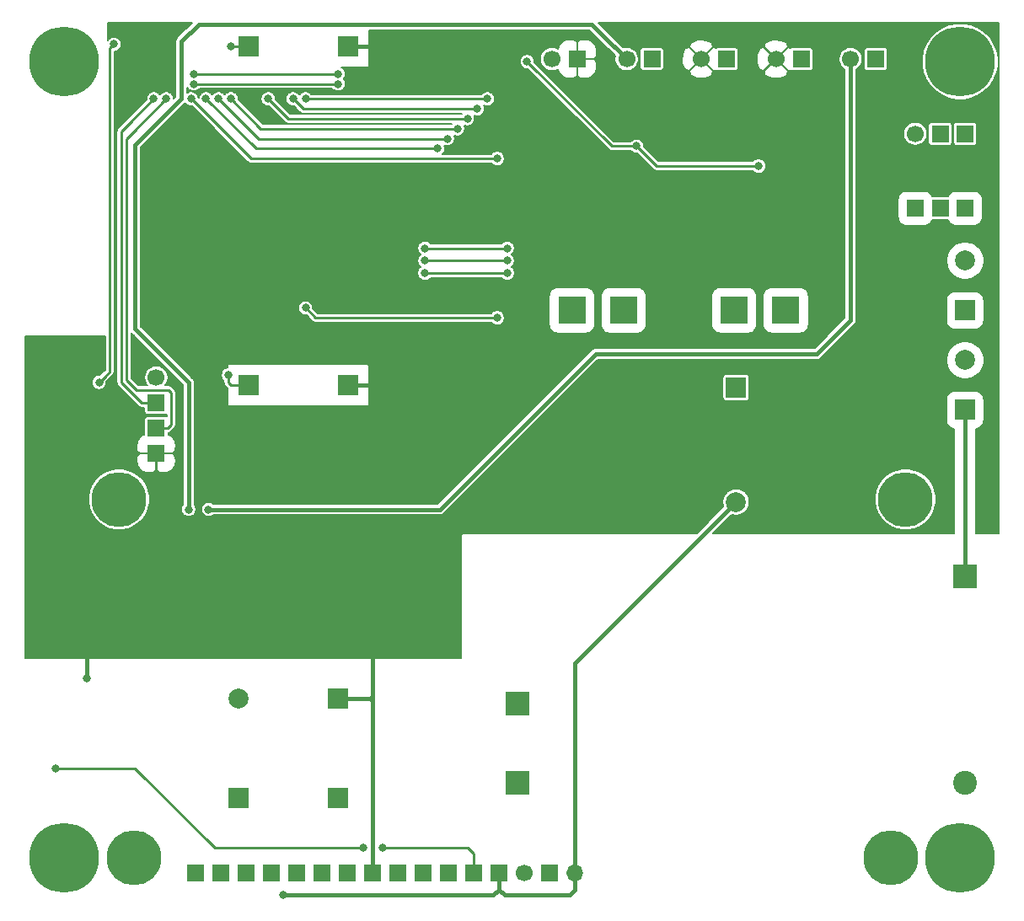
<source format=gbr>
G04 #@! TF.GenerationSoftware,KiCad,Pcbnew,(5.1.2-1)-1*
G04 #@! TF.CreationDate,2020-09-26T11:09:18+03:00*
G04 #@! TF.ProjectId,UAK_1,55414b5f-312e-46b6-9963-61645f706362,rev?*
G04 #@! TF.SameCoordinates,Original*
G04 #@! TF.FileFunction,Copper,L2,Bot*
G04 #@! TF.FilePolarity,Positive*
%FSLAX46Y46*%
G04 Gerber Fmt 4.6, Leading zero omitted, Abs format (unit mm)*
G04 Created by KiCad (PCBNEW (5.1.2-1)-1) date 2020-09-26 11:09:18*
%MOMM*%
%LPD*%
G04 APERTURE LIST*
%ADD10R,2.800000X2.800000*%
%ADD11R,2.000000X2.000000*%
%ADD12C,2.000000*%
%ADD13R,2.400000X2.400000*%
%ADD14C,2.400000*%
%ADD15O,1.700000X1.700000*%
%ADD16R,1.700000X1.700000*%
%ADD17C,1.700000*%
%ADD18C,5.500000*%
%ADD19C,7.000000*%
%ADD20C,0.800000*%
%ADD21C,0.450000*%
%ADD22C,0.250000*%
%ADD23C,0.200000*%
G04 APERTURE END LIST*
D10*
X147300000Y-80000000D03*
X152500000Y-80000000D03*
X136200000Y-80000000D03*
X131000000Y-80000000D03*
D11*
X170500000Y-80000000D03*
D12*
X170500000Y-75000000D03*
D13*
X125500000Y-119500000D03*
X125500000Y-127500000D03*
X170500000Y-106700000D03*
D14*
X170500000Y-127500000D03*
D11*
X147500000Y-87750000D03*
D12*
X147500000Y-99250000D03*
D15*
X131300000Y-136500000D03*
D16*
X128760000Y-136500000D03*
D17*
X126220000Y-136500000D03*
D16*
X123680000Y-136500000D03*
X121140000Y-136500000D03*
X118600000Y-136500000D03*
X116060000Y-136500000D03*
X113520000Y-136500000D03*
X110980000Y-136500000D03*
X108440000Y-136500000D03*
X105900000Y-136500000D03*
X103360000Y-136500000D03*
X100820000Y-136500000D03*
X98280000Y-136500000D03*
X95740000Y-136500000D03*
X93200000Y-136500000D03*
D18*
X85500000Y-99000000D03*
X164500000Y-99000000D03*
X163000000Y-135000000D03*
X87000000Y-135000000D03*
D17*
X165500000Y-62250000D03*
D16*
X168000000Y-62250000D03*
X170500000Y-62250000D03*
X170500000Y-69750000D03*
X168000000Y-69750000D03*
X165500000Y-69750000D03*
X154040000Y-54750000D03*
D17*
X151500000Y-54750000D03*
D16*
X146540000Y-54750000D03*
D17*
X144000000Y-54750000D03*
D16*
X139040000Y-54750000D03*
D17*
X136500000Y-54750000D03*
D16*
X131540000Y-54750000D03*
D17*
X129000000Y-54750000D03*
D16*
X161540000Y-54750000D03*
D17*
X159000000Y-54750000D03*
D16*
X89250000Y-94370000D03*
X89250000Y-91830000D03*
X89250000Y-89290000D03*
D17*
X89250000Y-86750000D03*
D11*
X98500000Y-53500000D03*
X108500000Y-53500000D03*
X98500000Y-87500000D03*
X108500000Y-87500000D03*
D19*
X80000000Y-135000000D03*
X170000000Y-55000000D03*
X170000000Y-135000000D03*
X80000000Y-55000000D03*
D11*
X170500000Y-90000000D03*
D12*
X170500000Y-85000000D03*
X97500000Y-119000000D03*
D11*
X107500000Y-119000000D03*
X107500000Y-129000000D03*
X97500000Y-129000000D03*
D20*
X79100000Y-126000000D03*
X110000000Y-134000000D03*
X112000000Y-134000000D03*
X90250000Y-58750000D03*
X89000000Y-58750000D03*
X85000000Y-53250000D03*
X83500000Y-87250000D03*
X137500000Y-63500000D03*
X126500000Y-55000000D03*
X149750000Y-65500000D03*
X96500000Y-86500000D03*
X96750000Y-53500000D03*
X116250000Y-75000000D03*
X124500000Y-75000000D03*
X93000000Y-56250000D03*
X107500000Y-56250000D03*
X92750000Y-58750000D03*
X123500000Y-64750000D03*
X117500000Y-63750000D03*
X94250000Y-58750000D03*
X119500000Y-61750000D03*
X96750000Y-58750000D03*
X121500000Y-59750000D03*
X103000000Y-58750000D03*
X122500000Y-58750000D03*
X104250000Y-58750000D03*
X120500000Y-60750000D03*
X100500000Y-58750000D03*
X118500000Y-62750000D03*
X95500000Y-58750000D03*
X123500000Y-80750000D03*
X104250000Y-79750000D03*
X94500000Y-100000000D03*
X102000000Y-138750000D03*
X92506370Y-100006370D03*
X116250000Y-73750000D03*
X124500000Y-73750000D03*
X93000000Y-57250000D03*
X107500000Y-57250000D03*
X116250000Y-76250000D03*
X124500000Y-76250000D03*
X98250000Y-112000000D03*
X137000000Y-95250000D03*
X148500000Y-73000000D03*
X82250000Y-117000000D03*
X77750000Y-112000000D03*
X88000000Y-68000000D03*
X88000000Y-72500000D03*
X88000000Y-70250000D03*
X97000000Y-68000000D03*
X97000000Y-70250000D03*
X97000000Y-72500000D03*
X82500000Y-84500000D03*
X103000000Y-79750000D03*
X96000000Y-88500000D03*
X111250000Y-53500000D03*
X157250000Y-73000000D03*
X131250000Y-68500000D03*
X135750000Y-68500000D03*
X85750000Y-57500000D03*
X148250000Y-59750000D03*
X145250000Y-63750000D03*
X103750000Y-105000000D03*
X115250000Y-107250000D03*
X101250000Y-112000000D03*
D21*
X170500000Y-90000000D02*
X170500000Y-106700000D01*
D22*
X79100000Y-126000000D02*
X87100000Y-126000000D01*
X87100000Y-126000000D02*
X95100000Y-134000000D01*
X95100000Y-134000000D02*
X110000000Y-134000000D01*
X120580000Y-134000000D02*
X121140000Y-134560000D01*
X112000000Y-134000000D02*
X120580000Y-134000000D01*
X121140000Y-136500000D02*
X121140000Y-134560000D01*
X90750000Y-91500000D02*
X90500000Y-91750000D01*
X90420000Y-91830000D02*
X90750000Y-91500000D01*
X89250000Y-91830000D02*
X90420000Y-91830000D01*
X90750000Y-88250000D02*
X90500000Y-88000000D01*
X90500000Y-88000000D02*
X87250000Y-88000000D01*
X90750000Y-91500000D02*
X90750000Y-88250000D01*
X86250000Y-62750000D02*
X86750000Y-62250000D01*
X86250000Y-87000000D02*
X86250000Y-62750000D01*
X86750000Y-62250000D02*
X90250000Y-58750000D01*
X87250000Y-88000000D02*
X86250000Y-87000000D01*
X89250000Y-89290000D02*
X87790000Y-89290000D01*
X87000000Y-88500000D02*
X87750000Y-89250000D01*
X87790000Y-89290000D02*
X87000000Y-88500000D01*
X86500000Y-61250000D02*
X89000000Y-58750000D01*
X85750000Y-62000000D02*
X86500000Y-61250000D01*
X85750000Y-87250000D02*
X85750000Y-62000000D01*
X87000000Y-88500000D02*
X85750000Y-87250000D01*
X84125000Y-86625000D02*
X83500000Y-87250000D01*
X84575010Y-86174990D02*
X84125000Y-86625000D01*
X84575010Y-53674990D02*
X84575010Y-86174990D01*
X85000000Y-53250000D02*
X84575010Y-53674990D01*
X139500000Y-65500000D02*
X137500000Y-63500000D01*
X149750000Y-65500000D02*
X139500000Y-65500000D01*
X135000000Y-63500000D02*
X126500000Y-55000000D01*
X137500000Y-63500000D02*
X135000000Y-63500000D01*
X98500000Y-87500000D02*
X96750000Y-87500000D01*
X96750000Y-87500000D02*
X96500000Y-87250000D01*
X96500000Y-87250000D02*
X96500000Y-86500000D01*
X98500000Y-53500000D02*
X96750000Y-53500000D01*
X116250000Y-75000000D02*
X124500000Y-75000000D01*
X93000000Y-56250000D02*
X107500000Y-56250000D01*
X98750000Y-64750000D02*
X92750000Y-58750000D01*
X123500000Y-64750000D02*
X98750000Y-64750000D01*
X99250000Y-63750000D02*
X94250000Y-58750000D01*
X117500000Y-63750000D02*
X99250000Y-63750000D01*
X99750000Y-61750000D02*
X96750000Y-58750000D01*
X119500000Y-61750000D02*
X99750000Y-61750000D01*
X104000000Y-59750000D02*
X103000000Y-58750000D01*
X121500000Y-59750000D02*
X104000000Y-59750000D01*
X104250000Y-58750000D02*
X122500000Y-58750000D01*
X102500000Y-60750000D02*
X100500000Y-58750000D01*
X120500000Y-60750000D02*
X102500000Y-60750000D01*
X99500000Y-62750000D02*
X95500000Y-58750000D01*
X118500000Y-62750000D02*
X99500000Y-62750000D01*
X123500000Y-80750000D02*
X105250000Y-80750000D01*
X105250000Y-80750000D02*
X104250000Y-79750000D01*
D21*
X159000000Y-54750000D02*
X159000000Y-81000000D01*
X159000000Y-81000000D02*
X155625000Y-84375000D01*
X152125000Y-84375000D02*
X133375000Y-84375000D01*
X155625000Y-84375000D02*
X152125000Y-84375000D01*
X133375000Y-84375000D02*
X117750000Y-100000000D01*
X117750000Y-100000000D02*
X94500000Y-100000000D01*
X123680000Y-136500000D02*
X123680000Y-137800000D01*
X125250000Y-138750000D02*
X124250000Y-138750000D01*
X125250000Y-138750000D02*
X124630000Y-138750000D01*
X123680000Y-138180000D02*
X123680000Y-136500000D01*
X124250000Y-138750000D02*
X123680000Y-138180000D01*
X123110000Y-138750000D02*
X123680000Y-138180000D01*
X122000000Y-138750000D02*
X123110000Y-138750000D01*
X122000000Y-138750000D02*
X122730000Y-138750000D01*
X102000000Y-138750000D02*
X122000000Y-138750000D01*
X131300000Y-136500000D02*
X131300000Y-138200000D01*
X130750000Y-138750000D02*
X129750000Y-138750000D01*
X131300000Y-138200000D02*
X130750000Y-138750000D01*
X129750000Y-138750000D02*
X125250000Y-138750000D01*
X87493630Y-82243630D02*
X87506370Y-82243630D01*
X87125000Y-81875000D02*
X87493630Y-82243630D01*
X93500000Y-51250000D02*
X91750000Y-53000000D01*
X91750000Y-53000000D02*
X91750000Y-58750000D01*
X91750000Y-58750000D02*
X87125000Y-63375000D01*
X87125000Y-63375000D02*
X87125000Y-81875000D01*
X130000000Y-51250000D02*
X133000000Y-51250000D01*
X136500000Y-54750000D02*
X134000000Y-52250000D01*
X133000000Y-51250000D02*
X134000000Y-52250000D01*
X130000000Y-51250000D02*
X93500000Y-51250000D01*
X87506370Y-82243630D02*
X92506370Y-87243630D01*
X92506370Y-98243630D02*
X92506370Y-100006370D01*
X92506370Y-87243630D02*
X92506370Y-98243630D01*
X131300000Y-115450000D02*
X147500000Y-99250000D01*
X131300000Y-122450000D02*
X131300000Y-115450000D01*
X131300000Y-136500000D02*
X131300000Y-122450000D01*
D22*
X116250000Y-73750000D02*
X124500000Y-73750000D01*
X93000000Y-57250000D02*
X107500000Y-57250000D01*
X116250000Y-76250000D02*
X124500000Y-76250000D01*
D21*
X82250000Y-117000000D02*
X82250000Y-114500000D01*
X108500000Y-87500000D02*
X111000000Y-87500000D01*
X108500000Y-53500000D02*
X111250000Y-53500000D01*
X110000000Y-119000000D02*
X107500000Y-119000000D01*
X110750000Y-119000000D02*
X110000000Y-119000000D01*
X111000000Y-119250000D02*
X110750000Y-119000000D01*
X111000000Y-133250000D02*
X111000000Y-119250000D01*
X110750000Y-119000000D02*
X111000000Y-118750000D01*
X111000000Y-118750000D02*
X111000000Y-117500000D01*
X111000000Y-117500000D02*
X111000000Y-114250000D01*
X111000000Y-118750000D02*
X111000000Y-119250000D01*
X110980000Y-133270000D02*
X110980000Y-136500000D01*
X111000000Y-133250000D02*
X110980000Y-133270000D01*
D23*
G36*
X91363393Y-52573435D02*
G01*
X91341446Y-52591446D01*
X91304380Y-52636613D01*
X91269592Y-52679002D01*
X91242115Y-52730408D01*
X91216199Y-52778893D01*
X91183320Y-52887281D01*
X91176135Y-52960230D01*
X91172218Y-53000000D01*
X91175000Y-53028243D01*
X91175001Y-58511826D01*
X91000000Y-58686827D01*
X91000000Y-58676131D01*
X90971178Y-58531233D01*
X90914641Y-58394742D01*
X90832563Y-58271903D01*
X90728097Y-58167437D01*
X90605258Y-58085359D01*
X90468767Y-58028822D01*
X90323869Y-58000000D01*
X90176131Y-58000000D01*
X90031233Y-58028822D01*
X89894742Y-58085359D01*
X89771903Y-58167437D01*
X89667437Y-58271903D01*
X89625000Y-58335415D01*
X89582563Y-58271903D01*
X89478097Y-58167437D01*
X89355258Y-58085359D01*
X89218767Y-58028822D01*
X89073869Y-58000000D01*
X88926131Y-58000000D01*
X88781233Y-58028822D01*
X88644742Y-58085359D01*
X88521903Y-58167437D01*
X88417437Y-58271903D01*
X88335359Y-58394742D01*
X88278822Y-58531233D01*
X88250000Y-58676131D01*
X88250000Y-58823869D01*
X88250727Y-58827522D01*
X86180627Y-60897623D01*
X86180622Y-60897627D01*
X85430629Y-61647621D01*
X85412500Y-61662499D01*
X85353142Y-61734827D01*
X85345032Y-61750000D01*
X85309035Y-61817346D01*
X85281873Y-61906884D01*
X85272702Y-62000000D01*
X85275001Y-62023342D01*
X85275000Y-87226668D01*
X85272702Y-87250000D01*
X85275000Y-87273331D01*
X85281873Y-87343115D01*
X85309034Y-87432653D01*
X85353141Y-87515173D01*
X85412499Y-87587501D01*
X85430634Y-87602384D01*
X86680622Y-88852373D01*
X86680627Y-88852377D01*
X87437625Y-89609377D01*
X87452499Y-89627501D01*
X87524827Y-89686859D01*
X87583326Y-89718127D01*
X87607346Y-89730966D01*
X87696884Y-89758127D01*
X87790000Y-89767298D01*
X87813332Y-89765000D01*
X88048307Y-89765000D01*
X88048307Y-90140000D01*
X88055065Y-90208612D01*
X88075078Y-90274587D01*
X88107578Y-90335390D01*
X88151315Y-90388685D01*
X88204610Y-90432422D01*
X88265413Y-90464922D01*
X88331388Y-90484935D01*
X88400000Y-90491693D01*
X90100000Y-90491693D01*
X90168612Y-90484935D01*
X90234587Y-90464922D01*
X90275000Y-90443321D01*
X90275000Y-90676679D01*
X90234587Y-90655078D01*
X90168612Y-90635065D01*
X90100000Y-90628307D01*
X88400000Y-90628307D01*
X88331388Y-90635065D01*
X88265413Y-90655078D01*
X88204610Y-90687578D01*
X88151315Y-90731315D01*
X88107578Y-90784610D01*
X88075078Y-90845413D01*
X88055065Y-90911388D01*
X88048307Y-90980000D01*
X88048307Y-92477189D01*
X87977012Y-92498816D01*
X87785916Y-92600958D01*
X87618419Y-92738419D01*
X87480958Y-92905916D01*
X87378816Y-93097012D01*
X87315916Y-93304362D01*
X87294678Y-93520000D01*
X87300000Y-94070000D01*
X87575000Y-94345000D01*
X89225000Y-94345000D01*
X89225000Y-94325000D01*
X89275000Y-94325000D01*
X89275000Y-94345000D01*
X90925000Y-94345000D01*
X91200000Y-94070000D01*
X91205322Y-93520000D01*
X91184084Y-93304362D01*
X91121184Y-93097012D01*
X91019042Y-92905916D01*
X90881581Y-92738419D01*
X90714084Y-92600958D01*
X90522988Y-92498816D01*
X90451693Y-92477189D01*
X90451693Y-92304177D01*
X90513116Y-92298127D01*
X90602654Y-92270966D01*
X90685173Y-92226859D01*
X90757501Y-92167501D01*
X90772384Y-92149367D01*
X91069371Y-91852380D01*
X91087501Y-91837501D01*
X91146859Y-91765173D01*
X91190966Y-91682654D01*
X91218127Y-91593116D01*
X91225000Y-91523332D01*
X91225000Y-91523331D01*
X91227298Y-91500001D01*
X91225000Y-91476669D01*
X91225000Y-88273331D01*
X91227298Y-88249999D01*
X91218127Y-88156883D01*
X91204822Y-88113023D01*
X91190966Y-88067346D01*
X91146859Y-87984827D01*
X91087501Y-87912499D01*
X91069366Y-87897616D01*
X90852384Y-87680634D01*
X90837501Y-87662499D01*
X90765173Y-87603141D01*
X90682654Y-87559034D01*
X90593116Y-87531873D01*
X90523332Y-87525000D01*
X90500000Y-87522702D01*
X90476668Y-87525000D01*
X90172056Y-87525000D01*
X90182101Y-87514955D01*
X90313426Y-87318413D01*
X90403884Y-87100027D01*
X90450000Y-86868190D01*
X90450000Y-86631810D01*
X90403884Y-86399973D01*
X90313426Y-86181587D01*
X90182101Y-85985045D01*
X90014955Y-85817899D01*
X89818413Y-85686574D01*
X89600027Y-85596116D01*
X89368190Y-85550000D01*
X89131810Y-85550000D01*
X88899973Y-85596116D01*
X88681587Y-85686574D01*
X88485045Y-85817899D01*
X88317899Y-85985045D01*
X88186574Y-86181587D01*
X88096116Y-86399973D01*
X88050000Y-86631810D01*
X88050000Y-86868190D01*
X88096116Y-87100027D01*
X88186574Y-87318413D01*
X88317899Y-87514955D01*
X88327944Y-87525000D01*
X87446752Y-87525000D01*
X86725000Y-86803250D01*
X86725000Y-82290573D01*
X86738389Y-82301561D01*
X87067064Y-82630236D01*
X87085076Y-82652184D01*
X87172632Y-82724038D01*
X87174724Y-82725156D01*
X91931370Y-87481803D01*
X91931371Y-98215375D01*
X91931370Y-98215385D01*
X91931371Y-99520709D01*
X91923807Y-99528273D01*
X91841729Y-99651112D01*
X91785192Y-99787603D01*
X91756370Y-99932501D01*
X91756370Y-100080239D01*
X91785192Y-100225137D01*
X91841729Y-100361628D01*
X91923807Y-100484467D01*
X92028273Y-100588933D01*
X92151112Y-100671011D01*
X92287603Y-100727548D01*
X92432501Y-100756370D01*
X92580239Y-100756370D01*
X92725137Y-100727548D01*
X92861628Y-100671011D01*
X92984467Y-100588933D01*
X93088933Y-100484467D01*
X93171011Y-100361628D01*
X93227548Y-100225137D01*
X93256370Y-100080239D01*
X93256370Y-99932501D01*
X93255103Y-99926131D01*
X93750000Y-99926131D01*
X93750000Y-100073869D01*
X93778822Y-100218767D01*
X93835359Y-100355258D01*
X93917437Y-100478097D01*
X94021903Y-100582563D01*
X94144742Y-100664641D01*
X94281233Y-100721178D01*
X94426131Y-100750000D01*
X94573869Y-100750000D01*
X94718767Y-100721178D01*
X94855258Y-100664641D01*
X94978097Y-100582563D01*
X94985660Y-100575000D01*
X117721757Y-100575000D01*
X117750000Y-100577782D01*
X117778243Y-100575000D01*
X117778246Y-100575000D01*
X117862720Y-100566680D01*
X117971108Y-100533801D01*
X118070998Y-100480408D01*
X118158554Y-100408554D01*
X118176566Y-100386606D01*
X131813172Y-86750000D01*
X146148307Y-86750000D01*
X146148307Y-88750000D01*
X146155065Y-88818612D01*
X146175078Y-88884587D01*
X146207578Y-88945390D01*
X146251315Y-88998685D01*
X146304610Y-89042422D01*
X146365413Y-89074922D01*
X146431388Y-89094935D01*
X146500000Y-89101693D01*
X148500000Y-89101693D01*
X148568612Y-89094935D01*
X148634587Y-89074922D01*
X148695390Y-89042422D01*
X148748685Y-88998685D01*
X148792422Y-88945390D01*
X148824922Y-88884587D01*
X148844935Y-88818612D01*
X148851693Y-88750000D01*
X148851693Y-86750000D01*
X148844935Y-86681388D01*
X148824922Y-86615413D01*
X148792422Y-86554610D01*
X148748685Y-86501315D01*
X148695390Y-86457578D01*
X148634587Y-86425078D01*
X148568612Y-86405065D01*
X148500000Y-86398307D01*
X146500000Y-86398307D01*
X146431388Y-86405065D01*
X146365413Y-86425078D01*
X146304610Y-86457578D01*
X146251315Y-86501315D01*
X146207578Y-86554610D01*
X146175078Y-86615413D01*
X146155065Y-86681388D01*
X146148307Y-86750000D01*
X131813172Y-86750000D01*
X133613173Y-84950000D01*
X155596757Y-84950000D01*
X155625000Y-84952782D01*
X155653243Y-84950000D01*
X155653246Y-84950000D01*
X155737720Y-84941680D01*
X155846108Y-84908801D01*
X155945998Y-84855408D01*
X155997836Y-84812866D01*
X168600000Y-84812866D01*
X168600000Y-85187134D01*
X168673016Y-85554209D01*
X168816242Y-85899987D01*
X169024174Y-86211179D01*
X169288821Y-86475826D01*
X169600013Y-86683758D01*
X169945791Y-86826984D01*
X170312866Y-86900000D01*
X170687134Y-86900000D01*
X171054209Y-86826984D01*
X171399987Y-86683758D01*
X171711179Y-86475826D01*
X171975826Y-86211179D01*
X172183758Y-85899987D01*
X172326984Y-85554209D01*
X172400000Y-85187134D01*
X172400000Y-84812866D01*
X172326984Y-84445791D01*
X172183758Y-84100013D01*
X171975826Y-83788821D01*
X171711179Y-83524174D01*
X171399987Y-83316242D01*
X171054209Y-83173016D01*
X170687134Y-83100000D01*
X170312866Y-83100000D01*
X169945791Y-83173016D01*
X169600013Y-83316242D01*
X169288821Y-83524174D01*
X169024174Y-83788821D01*
X168816242Y-84100013D01*
X168673016Y-84445791D01*
X168600000Y-84812866D01*
X155997836Y-84812866D01*
X156033554Y-84783554D01*
X156051565Y-84761607D01*
X159386612Y-81426561D01*
X159408554Y-81408554D01*
X159442782Y-81366847D01*
X159480408Y-81320999D01*
X159533801Y-81221108D01*
X159542944Y-81190966D01*
X159566680Y-81112720D01*
X159575000Y-81028246D01*
X159575000Y-81028243D01*
X159577782Y-81000000D01*
X159575000Y-80971757D01*
X159575000Y-79000000D01*
X168595646Y-79000000D01*
X168595646Y-81000000D01*
X168613023Y-81176431D01*
X168664486Y-81346081D01*
X168748057Y-81502432D01*
X168860525Y-81639475D01*
X168997568Y-81751943D01*
X169153919Y-81835514D01*
X169323569Y-81886977D01*
X169500000Y-81904354D01*
X171500000Y-81904354D01*
X171676431Y-81886977D01*
X171846081Y-81835514D01*
X172002432Y-81751943D01*
X172139475Y-81639475D01*
X172251943Y-81502432D01*
X172335514Y-81346081D01*
X172386977Y-81176431D01*
X172404354Y-81000000D01*
X172404354Y-79000000D01*
X172386977Y-78823569D01*
X172335514Y-78653919D01*
X172251943Y-78497568D01*
X172139475Y-78360525D01*
X172002432Y-78248057D01*
X171846081Y-78164486D01*
X171676431Y-78113023D01*
X171500000Y-78095646D01*
X169500000Y-78095646D01*
X169323569Y-78113023D01*
X169153919Y-78164486D01*
X168997568Y-78248057D01*
X168860525Y-78360525D01*
X168748057Y-78497568D01*
X168664486Y-78653919D01*
X168613023Y-78823569D01*
X168595646Y-79000000D01*
X159575000Y-79000000D01*
X159575000Y-74812866D01*
X168600000Y-74812866D01*
X168600000Y-75187134D01*
X168673016Y-75554209D01*
X168816242Y-75899987D01*
X169024174Y-76211179D01*
X169288821Y-76475826D01*
X169600013Y-76683758D01*
X169945791Y-76826984D01*
X170312866Y-76900000D01*
X170687134Y-76900000D01*
X171054209Y-76826984D01*
X171399987Y-76683758D01*
X171711179Y-76475826D01*
X171975826Y-76211179D01*
X172183758Y-75899987D01*
X172326984Y-75554209D01*
X172400000Y-75187134D01*
X172400000Y-74812866D01*
X172326984Y-74445791D01*
X172183758Y-74100013D01*
X171975826Y-73788821D01*
X171711179Y-73524174D01*
X171399987Y-73316242D01*
X171054209Y-73173016D01*
X170687134Y-73100000D01*
X170312866Y-73100000D01*
X169945791Y-73173016D01*
X169600013Y-73316242D01*
X169288821Y-73524174D01*
X169024174Y-73788821D01*
X168816242Y-74100013D01*
X168673016Y-74445791D01*
X168600000Y-74812866D01*
X159575000Y-74812866D01*
X159575000Y-68900000D01*
X163745646Y-68900000D01*
X163745646Y-70600000D01*
X163763023Y-70776431D01*
X163814486Y-70946081D01*
X163898057Y-71102432D01*
X164010525Y-71239475D01*
X164147568Y-71351943D01*
X164303919Y-71435514D01*
X164473569Y-71486977D01*
X164650000Y-71504354D01*
X166350000Y-71504354D01*
X166526431Y-71486977D01*
X166696081Y-71435514D01*
X166852432Y-71351943D01*
X166989475Y-71239475D01*
X167101943Y-71102432D01*
X167182514Y-70951693D01*
X168817486Y-70951693D01*
X168898057Y-71102432D01*
X169010525Y-71239475D01*
X169147568Y-71351943D01*
X169303919Y-71435514D01*
X169473569Y-71486977D01*
X169650000Y-71504354D01*
X171350000Y-71504354D01*
X171526431Y-71486977D01*
X171696081Y-71435514D01*
X171852432Y-71351943D01*
X171989475Y-71239475D01*
X172101943Y-71102432D01*
X172185514Y-70946081D01*
X172236977Y-70776431D01*
X172254354Y-70600000D01*
X172254354Y-68900000D01*
X172236977Y-68723569D01*
X172185514Y-68553919D01*
X172101943Y-68397568D01*
X171989475Y-68260525D01*
X171852432Y-68148057D01*
X171696081Y-68064486D01*
X171526431Y-68013023D01*
X171350000Y-67995646D01*
X169650000Y-67995646D01*
X169473569Y-68013023D01*
X169303919Y-68064486D01*
X169147568Y-68148057D01*
X169010525Y-68260525D01*
X168898057Y-68397568D01*
X168817486Y-68548307D01*
X167182514Y-68548307D01*
X167101943Y-68397568D01*
X166989475Y-68260525D01*
X166852432Y-68148057D01*
X166696081Y-68064486D01*
X166526431Y-68013023D01*
X166350000Y-67995646D01*
X164650000Y-67995646D01*
X164473569Y-68013023D01*
X164303919Y-68064486D01*
X164147568Y-68148057D01*
X164010525Y-68260525D01*
X163898057Y-68397568D01*
X163814486Y-68553919D01*
X163763023Y-68723569D01*
X163745646Y-68900000D01*
X159575000Y-68900000D01*
X159575000Y-62131810D01*
X164300000Y-62131810D01*
X164300000Y-62368190D01*
X164346116Y-62600027D01*
X164436574Y-62818413D01*
X164567899Y-63014955D01*
X164735045Y-63182101D01*
X164931587Y-63313426D01*
X165149973Y-63403884D01*
X165381810Y-63450000D01*
X165618190Y-63450000D01*
X165850027Y-63403884D01*
X166068413Y-63313426D01*
X166264955Y-63182101D01*
X166432101Y-63014955D01*
X166563426Y-62818413D01*
X166653884Y-62600027D01*
X166700000Y-62368190D01*
X166700000Y-62131810D01*
X166653884Y-61899973D01*
X166563426Y-61681587D01*
X166432101Y-61485045D01*
X166347056Y-61400000D01*
X166798307Y-61400000D01*
X166798307Y-63100000D01*
X166805065Y-63168612D01*
X166825078Y-63234587D01*
X166857578Y-63295390D01*
X166901315Y-63348685D01*
X166954610Y-63392422D01*
X167015413Y-63424922D01*
X167081388Y-63444935D01*
X167150000Y-63451693D01*
X168850000Y-63451693D01*
X168918612Y-63444935D01*
X168984587Y-63424922D01*
X169045390Y-63392422D01*
X169098685Y-63348685D01*
X169142422Y-63295390D01*
X169174922Y-63234587D01*
X169194935Y-63168612D01*
X169201693Y-63100000D01*
X169201693Y-61400000D01*
X169298307Y-61400000D01*
X169298307Y-63100000D01*
X169305065Y-63168612D01*
X169325078Y-63234587D01*
X169357578Y-63295390D01*
X169401315Y-63348685D01*
X169454610Y-63392422D01*
X169515413Y-63424922D01*
X169581388Y-63444935D01*
X169650000Y-63451693D01*
X171350000Y-63451693D01*
X171418612Y-63444935D01*
X171484587Y-63424922D01*
X171545390Y-63392422D01*
X171598685Y-63348685D01*
X171642422Y-63295390D01*
X171674922Y-63234587D01*
X171694935Y-63168612D01*
X171701693Y-63100000D01*
X171701693Y-61400000D01*
X171694935Y-61331388D01*
X171674922Y-61265413D01*
X171642422Y-61204610D01*
X171598685Y-61151315D01*
X171545390Y-61107578D01*
X171484587Y-61075078D01*
X171418612Y-61055065D01*
X171350000Y-61048307D01*
X169650000Y-61048307D01*
X169581388Y-61055065D01*
X169515413Y-61075078D01*
X169454610Y-61107578D01*
X169401315Y-61151315D01*
X169357578Y-61204610D01*
X169325078Y-61265413D01*
X169305065Y-61331388D01*
X169298307Y-61400000D01*
X169201693Y-61400000D01*
X169194935Y-61331388D01*
X169174922Y-61265413D01*
X169142422Y-61204610D01*
X169098685Y-61151315D01*
X169045390Y-61107578D01*
X168984587Y-61075078D01*
X168918612Y-61055065D01*
X168850000Y-61048307D01*
X167150000Y-61048307D01*
X167081388Y-61055065D01*
X167015413Y-61075078D01*
X166954610Y-61107578D01*
X166901315Y-61151315D01*
X166857578Y-61204610D01*
X166825078Y-61265413D01*
X166805065Y-61331388D01*
X166798307Y-61400000D01*
X166347056Y-61400000D01*
X166264955Y-61317899D01*
X166068413Y-61186574D01*
X165850027Y-61096116D01*
X165618190Y-61050000D01*
X165381810Y-61050000D01*
X165149973Y-61096116D01*
X164931587Y-61186574D01*
X164735045Y-61317899D01*
X164567899Y-61485045D01*
X164436574Y-61681587D01*
X164346116Y-61899973D01*
X164300000Y-62131810D01*
X159575000Y-62131810D01*
X159575000Y-55809025D01*
X159764955Y-55682101D01*
X159932101Y-55514955D01*
X160063426Y-55318413D01*
X160153884Y-55100027D01*
X160200000Y-54868190D01*
X160200000Y-54631810D01*
X160153884Y-54399973D01*
X160063426Y-54181587D01*
X159932101Y-53985045D01*
X159847056Y-53900000D01*
X160338307Y-53900000D01*
X160338307Y-55600000D01*
X160345065Y-55668612D01*
X160365078Y-55734587D01*
X160397578Y-55795390D01*
X160441315Y-55848685D01*
X160494610Y-55892422D01*
X160555413Y-55924922D01*
X160621388Y-55944935D01*
X160690000Y-55951693D01*
X162390000Y-55951693D01*
X162458612Y-55944935D01*
X162524587Y-55924922D01*
X162585390Y-55892422D01*
X162638685Y-55848685D01*
X162682422Y-55795390D01*
X162714922Y-55734587D01*
X162734935Y-55668612D01*
X162741693Y-55600000D01*
X162741693Y-54620808D01*
X166150000Y-54620808D01*
X166150000Y-55379192D01*
X166297953Y-56123004D01*
X166588174Y-56823659D01*
X167009509Y-57454232D01*
X167545768Y-57990491D01*
X168176341Y-58411826D01*
X168876996Y-58702047D01*
X169620808Y-58850000D01*
X170379192Y-58850000D01*
X171123004Y-58702047D01*
X171823659Y-58411826D01*
X172454232Y-57990491D01*
X172990491Y-57454232D01*
X173411826Y-56823659D01*
X173702047Y-56123004D01*
X173850000Y-55379192D01*
X173850000Y-54620808D01*
X173702047Y-53876996D01*
X173411826Y-53176341D01*
X172990491Y-52545768D01*
X172454232Y-52009509D01*
X171823659Y-51588174D01*
X171123004Y-51297953D01*
X170379192Y-51150000D01*
X169620808Y-51150000D01*
X168876996Y-51297953D01*
X168176341Y-51588174D01*
X167545768Y-52009509D01*
X167009509Y-52545768D01*
X166588174Y-53176341D01*
X166297953Y-53876996D01*
X166150000Y-54620808D01*
X162741693Y-54620808D01*
X162741693Y-53900000D01*
X162734935Y-53831388D01*
X162714922Y-53765413D01*
X162682422Y-53704610D01*
X162638685Y-53651315D01*
X162585390Y-53607578D01*
X162524587Y-53575078D01*
X162458612Y-53555065D01*
X162390000Y-53548307D01*
X160690000Y-53548307D01*
X160621388Y-53555065D01*
X160555413Y-53575078D01*
X160494610Y-53607578D01*
X160441315Y-53651315D01*
X160397578Y-53704610D01*
X160365078Y-53765413D01*
X160345065Y-53831388D01*
X160338307Y-53900000D01*
X159847056Y-53900000D01*
X159764955Y-53817899D01*
X159568413Y-53686574D01*
X159350027Y-53596116D01*
X159118190Y-53550000D01*
X158881810Y-53550000D01*
X158649973Y-53596116D01*
X158431587Y-53686574D01*
X158235045Y-53817899D01*
X158067899Y-53985045D01*
X157936574Y-54181587D01*
X157846116Y-54399973D01*
X157800000Y-54631810D01*
X157800000Y-54868190D01*
X157846116Y-55100027D01*
X157936574Y-55318413D01*
X158067899Y-55514955D01*
X158235045Y-55682101D01*
X158425000Y-55809025D01*
X158425001Y-80761826D01*
X155386828Y-83800000D01*
X133403243Y-83800000D01*
X133375000Y-83797218D01*
X133346757Y-83800000D01*
X133346754Y-83800000D01*
X133262280Y-83808320D01*
X133153892Y-83841199D01*
X133054001Y-83894592D01*
X133008153Y-83932218D01*
X132966446Y-83966446D01*
X132948440Y-83988387D01*
X117511828Y-99425000D01*
X94985660Y-99425000D01*
X94978097Y-99417437D01*
X94855258Y-99335359D01*
X94718767Y-99278822D01*
X94573869Y-99250000D01*
X94426131Y-99250000D01*
X94281233Y-99278822D01*
X94144742Y-99335359D01*
X94021903Y-99417437D01*
X93917437Y-99521903D01*
X93835359Y-99644742D01*
X93778822Y-99781233D01*
X93750000Y-99926131D01*
X93255103Y-99926131D01*
X93227548Y-99787603D01*
X93171011Y-99651112D01*
X93088933Y-99528273D01*
X93081370Y-99520710D01*
X93081370Y-87271873D01*
X93084152Y-87243630D01*
X93081370Y-87215384D01*
X93073050Y-87130910D01*
X93040171Y-87022522D01*
X92998402Y-86944378D01*
X92986778Y-86922631D01*
X92932929Y-86857016D01*
X92914924Y-86835076D01*
X92892983Y-86817070D01*
X92502044Y-86426131D01*
X95750000Y-86426131D01*
X95750000Y-86573869D01*
X95778822Y-86718767D01*
X95835359Y-86855258D01*
X95917437Y-86978097D01*
X96021903Y-87082563D01*
X96025000Y-87084632D01*
X96025000Y-87226667D01*
X96022702Y-87250000D01*
X96025000Y-87273331D01*
X96031873Y-87343115D01*
X96059034Y-87432653D01*
X96103141Y-87515173D01*
X96162499Y-87587501D01*
X96180634Y-87602384D01*
X96397616Y-87819366D01*
X96400000Y-87822271D01*
X96400000Y-89500000D01*
X96401921Y-89519509D01*
X96407612Y-89538268D01*
X96416853Y-89555557D01*
X96429289Y-89570711D01*
X96444443Y-89583147D01*
X96461732Y-89592388D01*
X96480491Y-89598079D01*
X96500000Y-89600000D01*
X107445964Y-89600000D01*
X107500000Y-89605322D01*
X108200000Y-89600000D01*
X108800000Y-89600000D01*
X109500000Y-89605322D01*
X109554036Y-89600000D01*
X110500000Y-89600000D01*
X110519509Y-89598079D01*
X110538268Y-89592388D01*
X110555557Y-89583147D01*
X110570711Y-89570711D01*
X110583147Y-89555557D01*
X110592388Y-89538268D01*
X110598079Y-89519509D01*
X110600000Y-89500000D01*
X110600000Y-88554036D01*
X110605322Y-88500000D01*
X110600000Y-87800000D01*
X110600000Y-87200000D01*
X110605322Y-86500000D01*
X110600000Y-86445964D01*
X110600000Y-85500000D01*
X110598079Y-85480491D01*
X110592388Y-85461732D01*
X110583147Y-85444443D01*
X110570711Y-85429289D01*
X110555557Y-85416853D01*
X110538268Y-85407612D01*
X110519509Y-85401921D01*
X110500000Y-85400000D01*
X109554036Y-85400000D01*
X109500000Y-85394678D01*
X108800000Y-85400000D01*
X108200000Y-85400000D01*
X107500000Y-85394678D01*
X107445964Y-85400000D01*
X96500000Y-85400000D01*
X96480491Y-85401921D01*
X96461732Y-85407612D01*
X96444443Y-85416853D01*
X96429289Y-85429289D01*
X96416853Y-85444443D01*
X96407612Y-85461732D01*
X96401921Y-85480491D01*
X96400000Y-85500000D01*
X96400000Y-85755198D01*
X96281233Y-85778822D01*
X96144742Y-85835359D01*
X96021903Y-85917437D01*
X95917437Y-86021903D01*
X95835359Y-86144742D01*
X95778822Y-86281233D01*
X95750000Y-86426131D01*
X92502044Y-86426131D01*
X87932936Y-81857024D01*
X87914924Y-81835076D01*
X87827368Y-81763222D01*
X87825276Y-81762104D01*
X87700000Y-81636828D01*
X87700000Y-79676131D01*
X103500000Y-79676131D01*
X103500000Y-79823869D01*
X103528822Y-79968767D01*
X103585359Y-80105258D01*
X103667437Y-80228097D01*
X103771903Y-80332563D01*
X103894742Y-80414641D01*
X104031233Y-80471178D01*
X104176131Y-80500000D01*
X104323869Y-80500000D01*
X104327522Y-80499273D01*
X104897625Y-81069377D01*
X104912499Y-81087501D01*
X104984827Y-81146859D01*
X105067346Y-81190966D01*
X105156884Y-81218127D01*
X105250000Y-81227298D01*
X105273332Y-81225000D01*
X122915368Y-81225000D01*
X122917437Y-81228097D01*
X123021903Y-81332563D01*
X123144742Y-81414641D01*
X123281233Y-81471178D01*
X123426131Y-81500000D01*
X123573869Y-81500000D01*
X123718767Y-81471178D01*
X123855258Y-81414641D01*
X123978097Y-81332563D01*
X124082563Y-81228097D01*
X124164641Y-81105258D01*
X124221178Y-80968767D01*
X124250000Y-80823869D01*
X124250000Y-80676131D01*
X124221178Y-80531233D01*
X124164641Y-80394742D01*
X124082563Y-80271903D01*
X123978097Y-80167437D01*
X123855258Y-80085359D01*
X123718767Y-80028822D01*
X123573869Y-80000000D01*
X123426131Y-80000000D01*
X123281233Y-80028822D01*
X123144742Y-80085359D01*
X123021903Y-80167437D01*
X122917437Y-80271903D01*
X122915368Y-80275000D01*
X105446752Y-80275000D01*
X104999273Y-79827522D01*
X105000000Y-79823869D01*
X105000000Y-79676131D01*
X104971178Y-79531233D01*
X104914641Y-79394742D01*
X104832563Y-79271903D01*
X104728097Y-79167437D01*
X104605258Y-79085359D01*
X104468767Y-79028822D01*
X104323869Y-79000000D01*
X104176131Y-79000000D01*
X104031233Y-79028822D01*
X103894742Y-79085359D01*
X103771903Y-79167437D01*
X103667437Y-79271903D01*
X103585359Y-79394742D01*
X103528822Y-79531233D01*
X103500000Y-79676131D01*
X87700000Y-79676131D01*
X87700000Y-78600000D01*
X128695646Y-78600000D01*
X128695646Y-81400000D01*
X128713023Y-81576431D01*
X128764486Y-81746081D01*
X128848057Y-81902432D01*
X128960525Y-82039475D01*
X129097568Y-82151943D01*
X129253919Y-82235514D01*
X129423569Y-82286977D01*
X129600000Y-82304354D01*
X132400000Y-82304354D01*
X132576431Y-82286977D01*
X132746081Y-82235514D01*
X132902432Y-82151943D01*
X133039475Y-82039475D01*
X133151943Y-81902432D01*
X133235514Y-81746081D01*
X133286977Y-81576431D01*
X133304354Y-81400000D01*
X133304354Y-78600000D01*
X133895646Y-78600000D01*
X133895646Y-81400000D01*
X133913023Y-81576431D01*
X133964486Y-81746081D01*
X134048057Y-81902432D01*
X134160525Y-82039475D01*
X134297568Y-82151943D01*
X134453919Y-82235514D01*
X134623569Y-82286977D01*
X134800000Y-82304354D01*
X137600000Y-82304354D01*
X137776431Y-82286977D01*
X137946081Y-82235514D01*
X138102432Y-82151943D01*
X138239475Y-82039475D01*
X138351943Y-81902432D01*
X138435514Y-81746081D01*
X138486977Y-81576431D01*
X138504354Y-81400000D01*
X138504354Y-78600000D01*
X144995646Y-78600000D01*
X144995646Y-81400000D01*
X145013023Y-81576431D01*
X145064486Y-81746081D01*
X145148057Y-81902432D01*
X145260525Y-82039475D01*
X145397568Y-82151943D01*
X145553919Y-82235514D01*
X145723569Y-82286977D01*
X145900000Y-82304354D01*
X148700000Y-82304354D01*
X148876431Y-82286977D01*
X149046081Y-82235514D01*
X149202432Y-82151943D01*
X149339475Y-82039475D01*
X149451943Y-81902432D01*
X149535514Y-81746081D01*
X149586977Y-81576431D01*
X149604354Y-81400000D01*
X149604354Y-78600000D01*
X150195646Y-78600000D01*
X150195646Y-81400000D01*
X150213023Y-81576431D01*
X150264486Y-81746081D01*
X150348057Y-81902432D01*
X150460525Y-82039475D01*
X150597568Y-82151943D01*
X150753919Y-82235514D01*
X150923569Y-82286977D01*
X151100000Y-82304354D01*
X153900000Y-82304354D01*
X154076431Y-82286977D01*
X154246081Y-82235514D01*
X154402432Y-82151943D01*
X154539475Y-82039475D01*
X154651943Y-81902432D01*
X154735514Y-81746081D01*
X154786977Y-81576431D01*
X154804354Y-81400000D01*
X154804354Y-78600000D01*
X154786977Y-78423569D01*
X154735514Y-78253919D01*
X154651943Y-78097568D01*
X154539475Y-77960525D01*
X154402432Y-77848057D01*
X154246081Y-77764486D01*
X154076431Y-77713023D01*
X153900000Y-77695646D01*
X151100000Y-77695646D01*
X150923569Y-77713023D01*
X150753919Y-77764486D01*
X150597568Y-77848057D01*
X150460525Y-77960525D01*
X150348057Y-78097568D01*
X150264486Y-78253919D01*
X150213023Y-78423569D01*
X150195646Y-78600000D01*
X149604354Y-78600000D01*
X149586977Y-78423569D01*
X149535514Y-78253919D01*
X149451943Y-78097568D01*
X149339475Y-77960525D01*
X149202432Y-77848057D01*
X149046081Y-77764486D01*
X148876431Y-77713023D01*
X148700000Y-77695646D01*
X145900000Y-77695646D01*
X145723569Y-77713023D01*
X145553919Y-77764486D01*
X145397568Y-77848057D01*
X145260525Y-77960525D01*
X145148057Y-78097568D01*
X145064486Y-78253919D01*
X145013023Y-78423569D01*
X144995646Y-78600000D01*
X138504354Y-78600000D01*
X138486977Y-78423569D01*
X138435514Y-78253919D01*
X138351943Y-78097568D01*
X138239475Y-77960525D01*
X138102432Y-77848057D01*
X137946081Y-77764486D01*
X137776431Y-77713023D01*
X137600000Y-77695646D01*
X134800000Y-77695646D01*
X134623569Y-77713023D01*
X134453919Y-77764486D01*
X134297568Y-77848057D01*
X134160525Y-77960525D01*
X134048057Y-78097568D01*
X133964486Y-78253919D01*
X133913023Y-78423569D01*
X133895646Y-78600000D01*
X133304354Y-78600000D01*
X133286977Y-78423569D01*
X133235514Y-78253919D01*
X133151943Y-78097568D01*
X133039475Y-77960525D01*
X132902432Y-77848057D01*
X132746081Y-77764486D01*
X132576431Y-77713023D01*
X132400000Y-77695646D01*
X129600000Y-77695646D01*
X129423569Y-77713023D01*
X129253919Y-77764486D01*
X129097568Y-77848057D01*
X128960525Y-77960525D01*
X128848057Y-78097568D01*
X128764486Y-78253919D01*
X128713023Y-78423569D01*
X128695646Y-78600000D01*
X87700000Y-78600000D01*
X87700000Y-73676131D01*
X115500000Y-73676131D01*
X115500000Y-73823869D01*
X115528822Y-73968767D01*
X115585359Y-74105258D01*
X115667437Y-74228097D01*
X115771903Y-74332563D01*
X115835415Y-74375000D01*
X115771903Y-74417437D01*
X115667437Y-74521903D01*
X115585359Y-74644742D01*
X115528822Y-74781233D01*
X115500000Y-74926131D01*
X115500000Y-75073869D01*
X115528822Y-75218767D01*
X115585359Y-75355258D01*
X115667437Y-75478097D01*
X115771903Y-75582563D01*
X115835415Y-75625000D01*
X115771903Y-75667437D01*
X115667437Y-75771903D01*
X115585359Y-75894742D01*
X115528822Y-76031233D01*
X115500000Y-76176131D01*
X115500000Y-76323869D01*
X115528822Y-76468767D01*
X115585359Y-76605258D01*
X115667437Y-76728097D01*
X115771903Y-76832563D01*
X115894742Y-76914641D01*
X116031233Y-76971178D01*
X116176131Y-77000000D01*
X116323869Y-77000000D01*
X116468767Y-76971178D01*
X116605258Y-76914641D01*
X116728097Y-76832563D01*
X116832563Y-76728097D01*
X116834632Y-76725000D01*
X123915368Y-76725000D01*
X123917437Y-76728097D01*
X124021903Y-76832563D01*
X124144742Y-76914641D01*
X124281233Y-76971178D01*
X124426131Y-77000000D01*
X124573869Y-77000000D01*
X124718767Y-76971178D01*
X124855258Y-76914641D01*
X124978097Y-76832563D01*
X125082563Y-76728097D01*
X125164641Y-76605258D01*
X125221178Y-76468767D01*
X125250000Y-76323869D01*
X125250000Y-76176131D01*
X125221178Y-76031233D01*
X125164641Y-75894742D01*
X125082563Y-75771903D01*
X124978097Y-75667437D01*
X124914585Y-75625000D01*
X124978097Y-75582563D01*
X125082563Y-75478097D01*
X125164641Y-75355258D01*
X125221178Y-75218767D01*
X125250000Y-75073869D01*
X125250000Y-74926131D01*
X125221178Y-74781233D01*
X125164641Y-74644742D01*
X125082563Y-74521903D01*
X124978097Y-74417437D01*
X124914585Y-74375000D01*
X124978097Y-74332563D01*
X125082563Y-74228097D01*
X125164641Y-74105258D01*
X125221178Y-73968767D01*
X125250000Y-73823869D01*
X125250000Y-73676131D01*
X125221178Y-73531233D01*
X125164641Y-73394742D01*
X125082563Y-73271903D01*
X124978097Y-73167437D01*
X124855258Y-73085359D01*
X124718767Y-73028822D01*
X124573869Y-73000000D01*
X124426131Y-73000000D01*
X124281233Y-73028822D01*
X124144742Y-73085359D01*
X124021903Y-73167437D01*
X123917437Y-73271903D01*
X123915368Y-73275000D01*
X116834632Y-73275000D01*
X116832563Y-73271903D01*
X116728097Y-73167437D01*
X116605258Y-73085359D01*
X116468767Y-73028822D01*
X116323869Y-73000000D01*
X116176131Y-73000000D01*
X116031233Y-73028822D01*
X115894742Y-73085359D01*
X115771903Y-73167437D01*
X115667437Y-73271903D01*
X115585359Y-73394742D01*
X115528822Y-73531233D01*
X115500000Y-73676131D01*
X87700000Y-73676131D01*
X87700000Y-63613172D01*
X92134448Y-59178725D01*
X92167437Y-59228097D01*
X92271903Y-59332563D01*
X92394742Y-59414641D01*
X92531233Y-59471178D01*
X92676131Y-59500000D01*
X92823869Y-59500000D01*
X92827523Y-59499273D01*
X98397621Y-65069372D01*
X98412499Y-65087501D01*
X98484827Y-65146859D01*
X98567346Y-65190966D01*
X98629722Y-65209888D01*
X98656883Y-65218127D01*
X98749999Y-65227298D01*
X98773331Y-65225000D01*
X122915368Y-65225000D01*
X122917437Y-65228097D01*
X123021903Y-65332563D01*
X123144742Y-65414641D01*
X123281233Y-65471178D01*
X123426131Y-65500000D01*
X123573869Y-65500000D01*
X123718767Y-65471178D01*
X123855258Y-65414641D01*
X123978097Y-65332563D01*
X124082563Y-65228097D01*
X124164641Y-65105258D01*
X124221178Y-64968767D01*
X124250000Y-64823869D01*
X124250000Y-64676131D01*
X124221178Y-64531233D01*
X124164641Y-64394742D01*
X124082563Y-64271903D01*
X123978097Y-64167437D01*
X123855258Y-64085359D01*
X123718767Y-64028822D01*
X123573869Y-64000000D01*
X123426131Y-64000000D01*
X123281233Y-64028822D01*
X123144742Y-64085359D01*
X123021903Y-64167437D01*
X122917437Y-64271903D01*
X122915368Y-64275000D01*
X118035660Y-64275000D01*
X118082563Y-64228097D01*
X118164641Y-64105258D01*
X118221178Y-63968767D01*
X118250000Y-63823869D01*
X118250000Y-63676131D01*
X118221178Y-63531233D01*
X118178712Y-63428712D01*
X118281233Y-63471178D01*
X118426131Y-63500000D01*
X118573869Y-63500000D01*
X118718767Y-63471178D01*
X118855258Y-63414641D01*
X118978097Y-63332563D01*
X119082563Y-63228097D01*
X119164641Y-63105258D01*
X119221178Y-62968767D01*
X119250000Y-62823869D01*
X119250000Y-62676131D01*
X119221178Y-62531233D01*
X119178712Y-62428712D01*
X119281233Y-62471178D01*
X119426131Y-62500000D01*
X119573869Y-62500000D01*
X119718767Y-62471178D01*
X119855258Y-62414641D01*
X119978097Y-62332563D01*
X120082563Y-62228097D01*
X120164641Y-62105258D01*
X120221178Y-61968767D01*
X120250000Y-61823869D01*
X120250000Y-61676131D01*
X120221178Y-61531233D01*
X120178712Y-61428712D01*
X120281233Y-61471178D01*
X120426131Y-61500000D01*
X120573869Y-61500000D01*
X120718767Y-61471178D01*
X120855258Y-61414641D01*
X120978097Y-61332563D01*
X121082563Y-61228097D01*
X121164641Y-61105258D01*
X121221178Y-60968767D01*
X121250000Y-60823869D01*
X121250000Y-60676131D01*
X121221178Y-60531233D01*
X121178712Y-60428712D01*
X121281233Y-60471178D01*
X121426131Y-60500000D01*
X121573869Y-60500000D01*
X121718767Y-60471178D01*
X121855258Y-60414641D01*
X121978097Y-60332563D01*
X122082563Y-60228097D01*
X122164641Y-60105258D01*
X122221178Y-59968767D01*
X122250000Y-59823869D01*
X122250000Y-59676131D01*
X122221178Y-59531233D01*
X122178712Y-59428712D01*
X122281233Y-59471178D01*
X122426131Y-59500000D01*
X122573869Y-59500000D01*
X122718767Y-59471178D01*
X122855258Y-59414641D01*
X122978097Y-59332563D01*
X123082563Y-59228097D01*
X123164641Y-59105258D01*
X123221178Y-58968767D01*
X123250000Y-58823869D01*
X123250000Y-58676131D01*
X123221178Y-58531233D01*
X123164641Y-58394742D01*
X123082563Y-58271903D01*
X122978097Y-58167437D01*
X122855258Y-58085359D01*
X122718767Y-58028822D01*
X122573869Y-58000000D01*
X122426131Y-58000000D01*
X122281233Y-58028822D01*
X122144742Y-58085359D01*
X122021903Y-58167437D01*
X121917437Y-58271903D01*
X121915368Y-58275000D01*
X104834632Y-58275000D01*
X104832563Y-58271903D01*
X104728097Y-58167437D01*
X104605258Y-58085359D01*
X104468767Y-58028822D01*
X104323869Y-58000000D01*
X104176131Y-58000000D01*
X104031233Y-58028822D01*
X103894742Y-58085359D01*
X103771903Y-58167437D01*
X103667437Y-58271903D01*
X103625000Y-58335415D01*
X103582563Y-58271903D01*
X103478097Y-58167437D01*
X103355258Y-58085359D01*
X103218767Y-58028822D01*
X103073869Y-58000000D01*
X102926131Y-58000000D01*
X102781233Y-58028822D01*
X102644742Y-58085359D01*
X102521903Y-58167437D01*
X102417437Y-58271903D01*
X102335359Y-58394742D01*
X102278822Y-58531233D01*
X102250000Y-58676131D01*
X102250000Y-58823869D01*
X102278822Y-58968767D01*
X102335359Y-59105258D01*
X102417437Y-59228097D01*
X102521903Y-59332563D01*
X102644742Y-59414641D01*
X102781233Y-59471178D01*
X102926131Y-59500000D01*
X103073869Y-59500000D01*
X103077522Y-59499273D01*
X103647625Y-60069377D01*
X103662499Y-60087501D01*
X103680622Y-60102374D01*
X103734827Y-60146859D01*
X103817346Y-60190966D01*
X103906884Y-60218127D01*
X104000000Y-60227298D01*
X104023332Y-60225000D01*
X119964340Y-60225000D01*
X119917437Y-60271903D01*
X119915368Y-60275000D01*
X102696751Y-60275000D01*
X101249273Y-58827523D01*
X101250000Y-58823869D01*
X101250000Y-58676131D01*
X101221178Y-58531233D01*
X101164641Y-58394742D01*
X101082563Y-58271903D01*
X100978097Y-58167437D01*
X100855258Y-58085359D01*
X100718767Y-58028822D01*
X100573869Y-58000000D01*
X100426131Y-58000000D01*
X100281233Y-58028822D01*
X100144742Y-58085359D01*
X100021903Y-58167437D01*
X99917437Y-58271903D01*
X99835359Y-58394742D01*
X99778822Y-58531233D01*
X99750000Y-58676131D01*
X99750000Y-58823869D01*
X99778822Y-58968767D01*
X99835359Y-59105258D01*
X99917437Y-59228097D01*
X100021903Y-59332563D01*
X100144742Y-59414641D01*
X100281233Y-59471178D01*
X100426131Y-59500000D01*
X100573869Y-59500000D01*
X100577523Y-59499273D01*
X102147621Y-61069372D01*
X102162499Y-61087501D01*
X102234827Y-61146859D01*
X102317346Y-61190966D01*
X102379722Y-61209888D01*
X102406883Y-61218127D01*
X102499999Y-61227298D01*
X102523331Y-61225000D01*
X118964340Y-61225000D01*
X118917437Y-61271903D01*
X118915368Y-61275000D01*
X99946752Y-61275000D01*
X97499273Y-58827523D01*
X97500000Y-58823869D01*
X97500000Y-58676131D01*
X97471178Y-58531233D01*
X97414641Y-58394742D01*
X97332563Y-58271903D01*
X97228097Y-58167437D01*
X97105258Y-58085359D01*
X96968767Y-58028822D01*
X96823869Y-58000000D01*
X96676131Y-58000000D01*
X96531233Y-58028822D01*
X96394742Y-58085359D01*
X96271903Y-58167437D01*
X96167437Y-58271903D01*
X96125000Y-58335415D01*
X96082563Y-58271903D01*
X95978097Y-58167437D01*
X95855258Y-58085359D01*
X95718767Y-58028822D01*
X95573869Y-58000000D01*
X95426131Y-58000000D01*
X95281233Y-58028822D01*
X95144742Y-58085359D01*
X95021903Y-58167437D01*
X94917437Y-58271903D01*
X94875000Y-58335415D01*
X94832563Y-58271903D01*
X94728097Y-58167437D01*
X94605258Y-58085359D01*
X94468767Y-58028822D01*
X94323869Y-58000000D01*
X94176131Y-58000000D01*
X94031233Y-58028822D01*
X93894742Y-58085359D01*
X93771903Y-58167437D01*
X93667437Y-58271903D01*
X93585359Y-58394742D01*
X93528822Y-58531233D01*
X93500000Y-58676131D01*
X93471178Y-58531233D01*
X93414641Y-58394742D01*
X93332563Y-58271903D01*
X93228097Y-58167437D01*
X93105258Y-58085359D01*
X92968767Y-58028822D01*
X92823869Y-58000000D01*
X92676131Y-58000000D01*
X92531233Y-58028822D01*
X92394742Y-58085359D01*
X92325000Y-58131959D01*
X92325000Y-57580249D01*
X92335359Y-57605258D01*
X92417437Y-57728097D01*
X92521903Y-57832563D01*
X92644742Y-57914641D01*
X92781233Y-57971178D01*
X92926131Y-58000000D01*
X93073869Y-58000000D01*
X93218767Y-57971178D01*
X93355258Y-57914641D01*
X93478097Y-57832563D01*
X93582563Y-57728097D01*
X93584632Y-57725000D01*
X106915368Y-57725000D01*
X106917437Y-57728097D01*
X107021903Y-57832563D01*
X107144742Y-57914641D01*
X107281233Y-57971178D01*
X107426131Y-58000000D01*
X107573869Y-58000000D01*
X107718767Y-57971178D01*
X107855258Y-57914641D01*
X107978097Y-57832563D01*
X108082563Y-57728097D01*
X108164641Y-57605258D01*
X108221178Y-57468767D01*
X108250000Y-57323869D01*
X108250000Y-57176131D01*
X108221178Y-57031233D01*
X108164641Y-56894742D01*
X108082563Y-56771903D01*
X108060660Y-56750000D01*
X108082563Y-56728097D01*
X108164641Y-56605258D01*
X108221178Y-56468767D01*
X108250000Y-56323869D01*
X108250000Y-56176131D01*
X108221178Y-56031233D01*
X108164641Y-55894742D01*
X108082563Y-55771903D01*
X107978097Y-55667437D01*
X107880802Y-55602427D01*
X108200000Y-55600000D01*
X108800000Y-55600000D01*
X109500000Y-55605322D01*
X109554036Y-55600000D01*
X110500000Y-55600000D01*
X110519509Y-55598079D01*
X110538268Y-55592388D01*
X110555557Y-55583147D01*
X110570711Y-55570711D01*
X110583147Y-55555557D01*
X110592388Y-55538268D01*
X110598079Y-55519509D01*
X110600000Y-55500000D01*
X110600000Y-54926131D01*
X125750000Y-54926131D01*
X125750000Y-55073869D01*
X125778822Y-55218767D01*
X125835359Y-55355258D01*
X125917437Y-55478097D01*
X126021903Y-55582563D01*
X126144742Y-55664641D01*
X126281233Y-55721178D01*
X126426131Y-55750000D01*
X126573869Y-55750000D01*
X126577523Y-55749273D01*
X134647621Y-63819372D01*
X134662499Y-63837501D01*
X134734827Y-63896859D01*
X134817346Y-63940966D01*
X134879722Y-63959888D01*
X134906883Y-63968127D01*
X134999999Y-63977298D01*
X135023331Y-63975000D01*
X136915368Y-63975000D01*
X136917437Y-63978097D01*
X137021903Y-64082563D01*
X137144742Y-64164641D01*
X137281233Y-64221178D01*
X137426131Y-64250000D01*
X137573869Y-64250000D01*
X137577523Y-64249273D01*
X139147621Y-65819372D01*
X139162499Y-65837501D01*
X139234827Y-65896859D01*
X139317346Y-65940966D01*
X139379722Y-65959888D01*
X139406883Y-65968127D01*
X139499999Y-65977298D01*
X139523331Y-65975000D01*
X149165368Y-65975000D01*
X149167437Y-65978097D01*
X149271903Y-66082563D01*
X149394742Y-66164641D01*
X149531233Y-66221178D01*
X149676131Y-66250000D01*
X149823869Y-66250000D01*
X149968767Y-66221178D01*
X150105258Y-66164641D01*
X150228097Y-66082563D01*
X150332563Y-65978097D01*
X150414641Y-65855258D01*
X150471178Y-65718767D01*
X150500000Y-65573869D01*
X150500000Y-65426131D01*
X150471178Y-65281233D01*
X150414641Y-65144742D01*
X150332563Y-65021903D01*
X150228097Y-64917437D01*
X150105258Y-64835359D01*
X149968767Y-64778822D01*
X149823869Y-64750000D01*
X149676131Y-64750000D01*
X149531233Y-64778822D01*
X149394742Y-64835359D01*
X149271903Y-64917437D01*
X149167437Y-65021903D01*
X149165368Y-65025000D01*
X139696751Y-65025000D01*
X138249273Y-63577523D01*
X138250000Y-63573869D01*
X138250000Y-63426131D01*
X138221178Y-63281233D01*
X138164641Y-63144742D01*
X138082563Y-63021903D01*
X137978097Y-62917437D01*
X137855258Y-62835359D01*
X137718767Y-62778822D01*
X137573869Y-62750000D01*
X137426131Y-62750000D01*
X137281233Y-62778822D01*
X137144742Y-62835359D01*
X137021903Y-62917437D01*
X136917437Y-63021903D01*
X136915368Y-63025000D01*
X135196751Y-63025000D01*
X127249273Y-55077523D01*
X127250000Y-55073869D01*
X127250000Y-54926131D01*
X127221178Y-54781233D01*
X127164641Y-54644742D01*
X127156001Y-54631810D01*
X127800000Y-54631810D01*
X127800000Y-54868190D01*
X127846116Y-55100027D01*
X127936574Y-55318413D01*
X128067899Y-55514955D01*
X128235045Y-55682101D01*
X128431587Y-55813426D01*
X128649973Y-55903884D01*
X128881810Y-55950000D01*
X129118190Y-55950000D01*
X129350027Y-55903884D01*
X129568413Y-55813426D01*
X129603396Y-55790051D01*
X129605916Y-55815638D01*
X129668816Y-56022988D01*
X129770958Y-56214084D01*
X129908419Y-56381581D01*
X130075916Y-56519042D01*
X130267012Y-56621184D01*
X130474362Y-56684084D01*
X130690000Y-56705322D01*
X131240000Y-56700000D01*
X131515000Y-56425000D01*
X131515000Y-54775000D01*
X131565000Y-54775000D01*
X131565000Y-56425000D01*
X131840000Y-56700000D01*
X132390000Y-56705322D01*
X132605638Y-56684084D01*
X132812988Y-56621184D01*
X133004084Y-56519042D01*
X133171581Y-56381581D01*
X133309042Y-56214084D01*
X133411184Y-56022988D01*
X133430709Y-55958622D01*
X142826734Y-55958622D01*
X142868592Y-56349782D01*
X143202434Y-56539770D01*
X143566925Y-56660977D01*
X143948060Y-56708747D01*
X144331190Y-56681243D01*
X144701593Y-56579522D01*
X145045035Y-56407494D01*
X145131408Y-56349782D01*
X145173266Y-55958622D01*
X150326734Y-55958622D01*
X150368592Y-56349782D01*
X150702434Y-56539770D01*
X151066925Y-56660977D01*
X151448060Y-56708747D01*
X151831190Y-56681243D01*
X152201593Y-56579522D01*
X152545035Y-56407494D01*
X152631408Y-56349782D01*
X152673266Y-55958622D01*
X151500000Y-54785355D01*
X150326734Y-55958622D01*
X145173266Y-55958622D01*
X144000000Y-54785355D01*
X142826734Y-55958622D01*
X133430709Y-55958622D01*
X133474084Y-55815638D01*
X133495322Y-55600000D01*
X133490000Y-55050000D01*
X133215000Y-54775000D01*
X131565000Y-54775000D01*
X131515000Y-54775000D01*
X131495000Y-54775000D01*
X131495000Y-54725000D01*
X131515000Y-54725000D01*
X131515000Y-53075000D01*
X131565000Y-53075000D01*
X131565000Y-54725000D01*
X133215000Y-54725000D01*
X133490000Y-54450000D01*
X133495322Y-53900000D01*
X133474084Y-53684362D01*
X133411184Y-53477012D01*
X133309042Y-53285916D01*
X133171581Y-53118419D01*
X133004084Y-52980958D01*
X132812988Y-52878816D01*
X132605638Y-52815916D01*
X132390000Y-52794678D01*
X131840000Y-52800000D01*
X131565000Y-53075000D01*
X131515000Y-53075000D01*
X131240000Y-52800000D01*
X130690000Y-52794678D01*
X130474362Y-52815916D01*
X130267012Y-52878816D01*
X130075916Y-52980958D01*
X129908419Y-53118419D01*
X129770958Y-53285916D01*
X129668816Y-53477012D01*
X129605916Y-53684362D01*
X129603396Y-53709949D01*
X129568413Y-53686574D01*
X129350027Y-53596116D01*
X129118190Y-53550000D01*
X128881810Y-53550000D01*
X128649973Y-53596116D01*
X128431587Y-53686574D01*
X128235045Y-53817899D01*
X128067899Y-53985045D01*
X127936574Y-54181587D01*
X127846116Y-54399973D01*
X127800000Y-54631810D01*
X127156001Y-54631810D01*
X127082563Y-54521903D01*
X126978097Y-54417437D01*
X126855258Y-54335359D01*
X126718767Y-54278822D01*
X126573869Y-54250000D01*
X126426131Y-54250000D01*
X126281233Y-54278822D01*
X126144742Y-54335359D01*
X126021903Y-54417437D01*
X125917437Y-54521903D01*
X125835359Y-54644742D01*
X125778822Y-54781233D01*
X125750000Y-54926131D01*
X110600000Y-54926131D01*
X110600000Y-54554036D01*
X110605322Y-54500000D01*
X110600000Y-53800000D01*
X110600000Y-53200000D01*
X110605322Y-52500000D01*
X110600000Y-52445964D01*
X110600000Y-51825000D01*
X132761828Y-51825000D01*
X133613386Y-52676559D01*
X135344570Y-54407743D01*
X135300000Y-54631810D01*
X135300000Y-54868190D01*
X135346116Y-55100027D01*
X135436574Y-55318413D01*
X135567899Y-55514955D01*
X135735045Y-55682101D01*
X135931587Y-55813426D01*
X136149973Y-55903884D01*
X136381810Y-55950000D01*
X136618190Y-55950000D01*
X136850027Y-55903884D01*
X137068413Y-55813426D01*
X137264955Y-55682101D01*
X137432101Y-55514955D01*
X137563426Y-55318413D01*
X137653884Y-55100027D01*
X137700000Y-54868190D01*
X137700000Y-54631810D01*
X137653884Y-54399973D01*
X137563426Y-54181587D01*
X137432101Y-53985045D01*
X137347056Y-53900000D01*
X137838307Y-53900000D01*
X137838307Y-55600000D01*
X137845065Y-55668612D01*
X137865078Y-55734587D01*
X137897578Y-55795390D01*
X137941315Y-55848685D01*
X137994610Y-55892422D01*
X138055413Y-55924922D01*
X138121388Y-55944935D01*
X138190000Y-55951693D01*
X139890000Y-55951693D01*
X139958612Y-55944935D01*
X140024587Y-55924922D01*
X140085390Y-55892422D01*
X140138685Y-55848685D01*
X140182422Y-55795390D01*
X140214922Y-55734587D01*
X140234935Y-55668612D01*
X140241693Y-55600000D01*
X140241693Y-54698060D01*
X142041253Y-54698060D01*
X142068757Y-55081190D01*
X142170478Y-55451593D01*
X142342506Y-55795035D01*
X142400218Y-55881408D01*
X142791378Y-55923266D01*
X143964645Y-54750000D01*
X144035355Y-54750000D01*
X145208622Y-55923266D01*
X145494985Y-55892622D01*
X145555413Y-55924922D01*
X145621388Y-55944935D01*
X145690000Y-55951693D01*
X147390000Y-55951693D01*
X147458612Y-55944935D01*
X147524587Y-55924922D01*
X147585390Y-55892422D01*
X147638685Y-55848685D01*
X147682422Y-55795390D01*
X147714922Y-55734587D01*
X147734935Y-55668612D01*
X147741693Y-55600000D01*
X147741693Y-54698060D01*
X149541253Y-54698060D01*
X149568757Y-55081190D01*
X149670478Y-55451593D01*
X149842506Y-55795035D01*
X149900218Y-55881408D01*
X150291378Y-55923266D01*
X151464645Y-54750000D01*
X151535355Y-54750000D01*
X152708622Y-55923266D01*
X152994985Y-55892622D01*
X153055413Y-55924922D01*
X153121388Y-55944935D01*
X153190000Y-55951693D01*
X154890000Y-55951693D01*
X154958612Y-55944935D01*
X155024587Y-55924922D01*
X155085390Y-55892422D01*
X155138685Y-55848685D01*
X155182422Y-55795390D01*
X155214922Y-55734587D01*
X155234935Y-55668612D01*
X155241693Y-55600000D01*
X155241693Y-53900000D01*
X155234935Y-53831388D01*
X155214922Y-53765413D01*
X155182422Y-53704610D01*
X155138685Y-53651315D01*
X155085390Y-53607578D01*
X155024587Y-53575078D01*
X154958612Y-53555065D01*
X154890000Y-53548307D01*
X153190000Y-53548307D01*
X153121388Y-53555065D01*
X153055413Y-53575078D01*
X152994985Y-53607378D01*
X152708622Y-53576734D01*
X151535355Y-54750000D01*
X151464645Y-54750000D01*
X150291378Y-53576734D01*
X149900218Y-53618592D01*
X149710230Y-53952434D01*
X149589023Y-54316925D01*
X149541253Y-54698060D01*
X147741693Y-54698060D01*
X147741693Y-53900000D01*
X147734935Y-53831388D01*
X147714922Y-53765413D01*
X147682422Y-53704610D01*
X147638685Y-53651315D01*
X147585390Y-53607578D01*
X147524587Y-53575078D01*
X147458612Y-53555065D01*
X147390000Y-53548307D01*
X145690000Y-53548307D01*
X145621388Y-53555065D01*
X145555413Y-53575078D01*
X145494985Y-53607378D01*
X145208622Y-53576734D01*
X144035355Y-54750000D01*
X143964645Y-54750000D01*
X142791378Y-53576734D01*
X142400218Y-53618592D01*
X142210230Y-53952434D01*
X142089023Y-54316925D01*
X142041253Y-54698060D01*
X140241693Y-54698060D01*
X140241693Y-53900000D01*
X140234935Y-53831388D01*
X140214922Y-53765413D01*
X140182422Y-53704610D01*
X140138685Y-53651315D01*
X140085390Y-53607578D01*
X140024587Y-53575078D01*
X139958612Y-53555065D01*
X139890000Y-53548307D01*
X138190000Y-53548307D01*
X138121388Y-53555065D01*
X138055413Y-53575078D01*
X137994610Y-53607578D01*
X137941315Y-53651315D01*
X137897578Y-53704610D01*
X137865078Y-53765413D01*
X137845065Y-53831388D01*
X137838307Y-53900000D01*
X137347056Y-53900000D01*
X137264955Y-53817899D01*
X137068413Y-53686574D01*
X136850027Y-53596116D01*
X136618190Y-53550000D01*
X136381810Y-53550000D01*
X136157743Y-53594570D01*
X136104551Y-53541378D01*
X142826734Y-53541378D01*
X144000000Y-54714645D01*
X145173266Y-53541378D01*
X150326734Y-53541378D01*
X151500000Y-54714645D01*
X152673266Y-53541378D01*
X152631408Y-53150218D01*
X152297566Y-52960230D01*
X151933075Y-52839023D01*
X151551940Y-52791253D01*
X151168810Y-52818757D01*
X150798407Y-52920478D01*
X150454965Y-53092506D01*
X150368592Y-53150218D01*
X150326734Y-53541378D01*
X145173266Y-53541378D01*
X145131408Y-53150218D01*
X144797566Y-52960230D01*
X144433075Y-52839023D01*
X144051940Y-52791253D01*
X143668810Y-52818757D01*
X143298407Y-52920478D01*
X142954965Y-53092506D01*
X142868592Y-53150218D01*
X142826734Y-53541378D01*
X136104551Y-53541378D01*
X134426559Y-51863386D01*
X133663172Y-51100000D01*
X173900000Y-51100000D01*
X173900000Y-102400000D01*
X171625000Y-102400000D01*
X171625000Y-91892043D01*
X171676431Y-91886977D01*
X171846081Y-91835514D01*
X172002432Y-91751943D01*
X172139475Y-91639475D01*
X172251943Y-91502432D01*
X172335514Y-91346081D01*
X172386977Y-91176431D01*
X172404354Y-91000000D01*
X172404354Y-89000000D01*
X172386977Y-88823569D01*
X172335514Y-88653919D01*
X172251943Y-88497568D01*
X172139475Y-88360525D01*
X172002432Y-88248057D01*
X171846081Y-88164486D01*
X171676431Y-88113023D01*
X171500000Y-88095646D01*
X169500000Y-88095646D01*
X169323569Y-88113023D01*
X169153919Y-88164486D01*
X168997568Y-88248057D01*
X168860525Y-88360525D01*
X168748057Y-88497568D01*
X168664486Y-88653919D01*
X168613023Y-88823569D01*
X168595646Y-89000000D01*
X168595646Y-91000000D01*
X168613023Y-91176431D01*
X168664486Y-91346081D01*
X168748057Y-91502432D01*
X168860525Y-91639475D01*
X168997568Y-91751943D01*
X169153919Y-91835514D01*
X169323569Y-91886977D01*
X169375000Y-91892043D01*
X169375001Y-102400000D01*
X145163173Y-102400000D01*
X147041755Y-100521418D01*
X147106220Y-100548120D01*
X147367037Y-100600000D01*
X147632963Y-100600000D01*
X147893780Y-100548120D01*
X148139465Y-100446354D01*
X148360575Y-100298613D01*
X148548613Y-100110575D01*
X148696354Y-99889465D01*
X148798120Y-99643780D01*
X148850000Y-99382963D01*
X148850000Y-99117037D01*
X148798120Y-98856220D01*
X148731207Y-98694677D01*
X161400000Y-98694677D01*
X161400000Y-99305323D01*
X161519131Y-99904237D01*
X161752815Y-100468401D01*
X162092072Y-100976135D01*
X162523865Y-101407928D01*
X163031599Y-101747185D01*
X163595763Y-101980869D01*
X164194677Y-102100000D01*
X164805323Y-102100000D01*
X165404237Y-101980869D01*
X165968401Y-101747185D01*
X166476135Y-101407928D01*
X166907928Y-100976135D01*
X167247185Y-100468401D01*
X167480869Y-99904237D01*
X167600000Y-99305323D01*
X167600000Y-98694677D01*
X167480869Y-98095763D01*
X167247185Y-97531599D01*
X166907928Y-97023865D01*
X166476135Y-96592072D01*
X165968401Y-96252815D01*
X165404237Y-96019131D01*
X164805323Y-95900000D01*
X164194677Y-95900000D01*
X163595763Y-96019131D01*
X163031599Y-96252815D01*
X162523865Y-96592072D01*
X162092072Y-97023865D01*
X161752815Y-97531599D01*
X161519131Y-98095763D01*
X161400000Y-98694677D01*
X148731207Y-98694677D01*
X148696354Y-98610535D01*
X148548613Y-98389425D01*
X148360575Y-98201387D01*
X148139465Y-98053646D01*
X147893780Y-97951880D01*
X147632963Y-97900000D01*
X147367037Y-97900000D01*
X147106220Y-97951880D01*
X146860535Y-98053646D01*
X146639425Y-98201387D01*
X146451387Y-98389425D01*
X146303646Y-98610535D01*
X146201880Y-98856220D01*
X146150000Y-99117037D01*
X146150000Y-99382963D01*
X146201880Y-99643780D01*
X146228582Y-99708245D01*
X143536827Y-102400000D01*
X120000000Y-102400000D01*
X119980491Y-102401921D01*
X119961732Y-102407612D01*
X119944443Y-102416853D01*
X119929289Y-102429289D01*
X119916853Y-102444443D01*
X119907612Y-102461732D01*
X119901921Y-102480491D01*
X119900000Y-102500000D01*
X119900000Y-114900000D01*
X76100000Y-114900000D01*
X76100000Y-98694677D01*
X82400000Y-98694677D01*
X82400000Y-99305323D01*
X82519131Y-99904237D01*
X82752815Y-100468401D01*
X83092072Y-100976135D01*
X83523865Y-101407928D01*
X84031599Y-101747185D01*
X84595763Y-101980869D01*
X85194677Y-102100000D01*
X85805323Y-102100000D01*
X86404237Y-101980869D01*
X86968401Y-101747185D01*
X87476135Y-101407928D01*
X87907928Y-100976135D01*
X88247185Y-100468401D01*
X88480869Y-99904237D01*
X88600000Y-99305323D01*
X88600000Y-98694677D01*
X88480869Y-98095763D01*
X88247185Y-97531599D01*
X87907928Y-97023865D01*
X87476135Y-96592072D01*
X86968401Y-96252815D01*
X86404237Y-96019131D01*
X85805323Y-95900000D01*
X85194677Y-95900000D01*
X84595763Y-96019131D01*
X84031599Y-96252815D01*
X83523865Y-96592072D01*
X83092072Y-97023865D01*
X82752815Y-97531599D01*
X82519131Y-98095763D01*
X82400000Y-98694677D01*
X76100000Y-98694677D01*
X76100000Y-95220000D01*
X87294678Y-95220000D01*
X87315916Y-95435638D01*
X87378816Y-95642988D01*
X87480958Y-95834084D01*
X87618419Y-96001581D01*
X87785916Y-96139042D01*
X87977012Y-96241184D01*
X88184362Y-96304084D01*
X88400000Y-96325322D01*
X88950000Y-96320000D01*
X89225000Y-96045000D01*
X89225000Y-94395000D01*
X89275000Y-94395000D01*
X89275000Y-96045000D01*
X89550000Y-96320000D01*
X90100000Y-96325322D01*
X90315638Y-96304084D01*
X90522988Y-96241184D01*
X90714084Y-96139042D01*
X90881581Y-96001581D01*
X91019042Y-95834084D01*
X91121184Y-95642988D01*
X91184084Y-95435638D01*
X91205322Y-95220000D01*
X91200000Y-94670000D01*
X90925000Y-94395000D01*
X89275000Y-94395000D01*
X89225000Y-94395000D01*
X87575000Y-94395000D01*
X87300000Y-94670000D01*
X87294678Y-95220000D01*
X76100000Y-95220000D01*
X76100000Y-82600000D01*
X84100011Y-82600000D01*
X84100011Y-85978238D01*
X83805627Y-86272623D01*
X83805622Y-86272627D01*
X83577523Y-86500727D01*
X83573869Y-86500000D01*
X83426131Y-86500000D01*
X83281233Y-86528822D01*
X83144742Y-86585359D01*
X83021903Y-86667437D01*
X82917437Y-86771903D01*
X82835359Y-86894742D01*
X82778822Y-87031233D01*
X82750000Y-87176131D01*
X82750000Y-87323869D01*
X82778822Y-87468767D01*
X82835359Y-87605258D01*
X82917437Y-87728097D01*
X83021903Y-87832563D01*
X83144742Y-87914641D01*
X83281233Y-87971178D01*
X83426131Y-88000000D01*
X83573869Y-88000000D01*
X83718767Y-87971178D01*
X83855258Y-87914641D01*
X83978097Y-87832563D01*
X84082563Y-87728097D01*
X84164641Y-87605258D01*
X84221178Y-87468767D01*
X84250000Y-87323869D01*
X84250000Y-87176131D01*
X84249273Y-87172477D01*
X84477373Y-86944378D01*
X84477377Y-86944373D01*
X84894381Y-86527370D01*
X84912511Y-86512491D01*
X84971869Y-86440163D01*
X85015976Y-86357644D01*
X85043137Y-86268106D01*
X85048744Y-86211179D01*
X85052308Y-86174991D01*
X85050010Y-86151659D01*
X85050010Y-54000000D01*
X85073869Y-54000000D01*
X85218767Y-53971178D01*
X85355258Y-53914641D01*
X85478097Y-53832563D01*
X85582563Y-53728097D01*
X85664641Y-53605258D01*
X85721178Y-53468767D01*
X85750000Y-53323869D01*
X85750000Y-53176131D01*
X85721178Y-53031233D01*
X85664641Y-52894742D01*
X85582563Y-52771903D01*
X85478097Y-52667437D01*
X85355258Y-52585359D01*
X85218767Y-52528822D01*
X85073869Y-52500000D01*
X84926131Y-52500000D01*
X84781233Y-52528822D01*
X84644742Y-52585359D01*
X84521903Y-52667437D01*
X84417437Y-52771903D01*
X84350000Y-52872830D01*
X84350000Y-51100000D01*
X92836827Y-51100000D01*
X91363393Y-52573435D01*
X91363393Y-52573435D01*
G37*
X91363393Y-52573435D02*
X91341446Y-52591446D01*
X91304380Y-52636613D01*
X91269592Y-52679002D01*
X91242115Y-52730408D01*
X91216199Y-52778893D01*
X91183320Y-52887281D01*
X91176135Y-52960230D01*
X91172218Y-53000000D01*
X91175000Y-53028243D01*
X91175001Y-58511826D01*
X91000000Y-58686827D01*
X91000000Y-58676131D01*
X90971178Y-58531233D01*
X90914641Y-58394742D01*
X90832563Y-58271903D01*
X90728097Y-58167437D01*
X90605258Y-58085359D01*
X90468767Y-58028822D01*
X90323869Y-58000000D01*
X90176131Y-58000000D01*
X90031233Y-58028822D01*
X89894742Y-58085359D01*
X89771903Y-58167437D01*
X89667437Y-58271903D01*
X89625000Y-58335415D01*
X89582563Y-58271903D01*
X89478097Y-58167437D01*
X89355258Y-58085359D01*
X89218767Y-58028822D01*
X89073869Y-58000000D01*
X88926131Y-58000000D01*
X88781233Y-58028822D01*
X88644742Y-58085359D01*
X88521903Y-58167437D01*
X88417437Y-58271903D01*
X88335359Y-58394742D01*
X88278822Y-58531233D01*
X88250000Y-58676131D01*
X88250000Y-58823869D01*
X88250727Y-58827522D01*
X86180627Y-60897623D01*
X86180622Y-60897627D01*
X85430629Y-61647621D01*
X85412500Y-61662499D01*
X85353142Y-61734827D01*
X85345032Y-61750000D01*
X85309035Y-61817346D01*
X85281873Y-61906884D01*
X85272702Y-62000000D01*
X85275001Y-62023342D01*
X85275000Y-87226668D01*
X85272702Y-87250000D01*
X85275000Y-87273331D01*
X85281873Y-87343115D01*
X85309034Y-87432653D01*
X85353141Y-87515173D01*
X85412499Y-87587501D01*
X85430634Y-87602384D01*
X86680622Y-88852373D01*
X86680627Y-88852377D01*
X87437625Y-89609377D01*
X87452499Y-89627501D01*
X87524827Y-89686859D01*
X87583326Y-89718127D01*
X87607346Y-89730966D01*
X87696884Y-89758127D01*
X87790000Y-89767298D01*
X87813332Y-89765000D01*
X88048307Y-89765000D01*
X88048307Y-90140000D01*
X88055065Y-90208612D01*
X88075078Y-90274587D01*
X88107578Y-90335390D01*
X88151315Y-90388685D01*
X88204610Y-90432422D01*
X88265413Y-90464922D01*
X88331388Y-90484935D01*
X88400000Y-90491693D01*
X90100000Y-90491693D01*
X90168612Y-90484935D01*
X90234587Y-90464922D01*
X90275000Y-90443321D01*
X90275000Y-90676679D01*
X90234587Y-90655078D01*
X90168612Y-90635065D01*
X90100000Y-90628307D01*
X88400000Y-90628307D01*
X88331388Y-90635065D01*
X88265413Y-90655078D01*
X88204610Y-90687578D01*
X88151315Y-90731315D01*
X88107578Y-90784610D01*
X88075078Y-90845413D01*
X88055065Y-90911388D01*
X88048307Y-90980000D01*
X88048307Y-92477189D01*
X87977012Y-92498816D01*
X87785916Y-92600958D01*
X87618419Y-92738419D01*
X87480958Y-92905916D01*
X87378816Y-93097012D01*
X87315916Y-93304362D01*
X87294678Y-93520000D01*
X87300000Y-94070000D01*
X87575000Y-94345000D01*
X89225000Y-94345000D01*
X89225000Y-94325000D01*
X89275000Y-94325000D01*
X89275000Y-94345000D01*
X90925000Y-94345000D01*
X91200000Y-94070000D01*
X91205322Y-93520000D01*
X91184084Y-93304362D01*
X91121184Y-93097012D01*
X91019042Y-92905916D01*
X90881581Y-92738419D01*
X90714084Y-92600958D01*
X90522988Y-92498816D01*
X90451693Y-92477189D01*
X90451693Y-92304177D01*
X90513116Y-92298127D01*
X90602654Y-92270966D01*
X90685173Y-92226859D01*
X90757501Y-92167501D01*
X90772384Y-92149367D01*
X91069371Y-91852380D01*
X91087501Y-91837501D01*
X91146859Y-91765173D01*
X91190966Y-91682654D01*
X91218127Y-91593116D01*
X91225000Y-91523332D01*
X91225000Y-91523331D01*
X91227298Y-91500001D01*
X91225000Y-91476669D01*
X91225000Y-88273331D01*
X91227298Y-88249999D01*
X91218127Y-88156883D01*
X91204822Y-88113023D01*
X91190966Y-88067346D01*
X91146859Y-87984827D01*
X91087501Y-87912499D01*
X91069366Y-87897616D01*
X90852384Y-87680634D01*
X90837501Y-87662499D01*
X90765173Y-87603141D01*
X90682654Y-87559034D01*
X90593116Y-87531873D01*
X90523332Y-87525000D01*
X90500000Y-87522702D01*
X90476668Y-87525000D01*
X90172056Y-87525000D01*
X90182101Y-87514955D01*
X90313426Y-87318413D01*
X90403884Y-87100027D01*
X90450000Y-86868190D01*
X90450000Y-86631810D01*
X90403884Y-86399973D01*
X90313426Y-86181587D01*
X90182101Y-85985045D01*
X90014955Y-85817899D01*
X89818413Y-85686574D01*
X89600027Y-85596116D01*
X89368190Y-85550000D01*
X89131810Y-85550000D01*
X88899973Y-85596116D01*
X88681587Y-85686574D01*
X88485045Y-85817899D01*
X88317899Y-85985045D01*
X88186574Y-86181587D01*
X88096116Y-86399973D01*
X88050000Y-86631810D01*
X88050000Y-86868190D01*
X88096116Y-87100027D01*
X88186574Y-87318413D01*
X88317899Y-87514955D01*
X88327944Y-87525000D01*
X87446752Y-87525000D01*
X86725000Y-86803250D01*
X86725000Y-82290573D01*
X86738389Y-82301561D01*
X87067064Y-82630236D01*
X87085076Y-82652184D01*
X87172632Y-82724038D01*
X87174724Y-82725156D01*
X91931370Y-87481803D01*
X91931371Y-98215375D01*
X91931370Y-98215385D01*
X91931371Y-99520709D01*
X91923807Y-99528273D01*
X91841729Y-99651112D01*
X91785192Y-99787603D01*
X91756370Y-99932501D01*
X91756370Y-100080239D01*
X91785192Y-100225137D01*
X91841729Y-100361628D01*
X91923807Y-100484467D01*
X92028273Y-100588933D01*
X92151112Y-100671011D01*
X92287603Y-100727548D01*
X92432501Y-100756370D01*
X92580239Y-100756370D01*
X92725137Y-100727548D01*
X92861628Y-100671011D01*
X92984467Y-100588933D01*
X93088933Y-100484467D01*
X93171011Y-100361628D01*
X93227548Y-100225137D01*
X93256370Y-100080239D01*
X93256370Y-99932501D01*
X93255103Y-99926131D01*
X93750000Y-99926131D01*
X93750000Y-100073869D01*
X93778822Y-100218767D01*
X93835359Y-100355258D01*
X93917437Y-100478097D01*
X94021903Y-100582563D01*
X94144742Y-100664641D01*
X94281233Y-100721178D01*
X94426131Y-100750000D01*
X94573869Y-100750000D01*
X94718767Y-100721178D01*
X94855258Y-100664641D01*
X94978097Y-100582563D01*
X94985660Y-100575000D01*
X117721757Y-100575000D01*
X117750000Y-100577782D01*
X117778243Y-100575000D01*
X117778246Y-100575000D01*
X117862720Y-100566680D01*
X117971108Y-100533801D01*
X118070998Y-100480408D01*
X118158554Y-100408554D01*
X118176566Y-100386606D01*
X131813172Y-86750000D01*
X146148307Y-86750000D01*
X146148307Y-88750000D01*
X146155065Y-88818612D01*
X146175078Y-88884587D01*
X146207578Y-88945390D01*
X146251315Y-88998685D01*
X146304610Y-89042422D01*
X146365413Y-89074922D01*
X146431388Y-89094935D01*
X146500000Y-89101693D01*
X148500000Y-89101693D01*
X148568612Y-89094935D01*
X148634587Y-89074922D01*
X148695390Y-89042422D01*
X148748685Y-88998685D01*
X148792422Y-88945390D01*
X148824922Y-88884587D01*
X148844935Y-88818612D01*
X148851693Y-88750000D01*
X148851693Y-86750000D01*
X148844935Y-86681388D01*
X148824922Y-86615413D01*
X148792422Y-86554610D01*
X148748685Y-86501315D01*
X148695390Y-86457578D01*
X148634587Y-86425078D01*
X148568612Y-86405065D01*
X148500000Y-86398307D01*
X146500000Y-86398307D01*
X146431388Y-86405065D01*
X146365413Y-86425078D01*
X146304610Y-86457578D01*
X146251315Y-86501315D01*
X146207578Y-86554610D01*
X146175078Y-86615413D01*
X146155065Y-86681388D01*
X146148307Y-86750000D01*
X131813172Y-86750000D01*
X133613173Y-84950000D01*
X155596757Y-84950000D01*
X155625000Y-84952782D01*
X155653243Y-84950000D01*
X155653246Y-84950000D01*
X155737720Y-84941680D01*
X155846108Y-84908801D01*
X155945998Y-84855408D01*
X155997836Y-84812866D01*
X168600000Y-84812866D01*
X168600000Y-85187134D01*
X168673016Y-85554209D01*
X168816242Y-85899987D01*
X169024174Y-86211179D01*
X169288821Y-86475826D01*
X169600013Y-86683758D01*
X169945791Y-86826984D01*
X170312866Y-86900000D01*
X170687134Y-86900000D01*
X171054209Y-86826984D01*
X171399987Y-86683758D01*
X171711179Y-86475826D01*
X171975826Y-86211179D01*
X172183758Y-85899987D01*
X172326984Y-85554209D01*
X172400000Y-85187134D01*
X172400000Y-84812866D01*
X172326984Y-84445791D01*
X172183758Y-84100013D01*
X171975826Y-83788821D01*
X171711179Y-83524174D01*
X171399987Y-83316242D01*
X171054209Y-83173016D01*
X170687134Y-83100000D01*
X170312866Y-83100000D01*
X169945791Y-83173016D01*
X169600013Y-83316242D01*
X169288821Y-83524174D01*
X169024174Y-83788821D01*
X168816242Y-84100013D01*
X168673016Y-84445791D01*
X168600000Y-84812866D01*
X155997836Y-84812866D01*
X156033554Y-84783554D01*
X156051565Y-84761607D01*
X159386612Y-81426561D01*
X159408554Y-81408554D01*
X159442782Y-81366847D01*
X159480408Y-81320999D01*
X159533801Y-81221108D01*
X159542944Y-81190966D01*
X159566680Y-81112720D01*
X159575000Y-81028246D01*
X159575000Y-81028243D01*
X159577782Y-81000000D01*
X159575000Y-80971757D01*
X159575000Y-79000000D01*
X168595646Y-79000000D01*
X168595646Y-81000000D01*
X168613023Y-81176431D01*
X168664486Y-81346081D01*
X168748057Y-81502432D01*
X168860525Y-81639475D01*
X168997568Y-81751943D01*
X169153919Y-81835514D01*
X169323569Y-81886977D01*
X169500000Y-81904354D01*
X171500000Y-81904354D01*
X171676431Y-81886977D01*
X171846081Y-81835514D01*
X172002432Y-81751943D01*
X172139475Y-81639475D01*
X172251943Y-81502432D01*
X172335514Y-81346081D01*
X172386977Y-81176431D01*
X172404354Y-81000000D01*
X172404354Y-79000000D01*
X172386977Y-78823569D01*
X172335514Y-78653919D01*
X172251943Y-78497568D01*
X172139475Y-78360525D01*
X172002432Y-78248057D01*
X171846081Y-78164486D01*
X171676431Y-78113023D01*
X171500000Y-78095646D01*
X169500000Y-78095646D01*
X169323569Y-78113023D01*
X169153919Y-78164486D01*
X168997568Y-78248057D01*
X168860525Y-78360525D01*
X168748057Y-78497568D01*
X168664486Y-78653919D01*
X168613023Y-78823569D01*
X168595646Y-79000000D01*
X159575000Y-79000000D01*
X159575000Y-74812866D01*
X168600000Y-74812866D01*
X168600000Y-75187134D01*
X168673016Y-75554209D01*
X168816242Y-75899987D01*
X169024174Y-76211179D01*
X169288821Y-76475826D01*
X169600013Y-76683758D01*
X169945791Y-76826984D01*
X170312866Y-76900000D01*
X170687134Y-76900000D01*
X171054209Y-76826984D01*
X171399987Y-76683758D01*
X171711179Y-76475826D01*
X171975826Y-76211179D01*
X172183758Y-75899987D01*
X172326984Y-75554209D01*
X172400000Y-75187134D01*
X172400000Y-74812866D01*
X172326984Y-74445791D01*
X172183758Y-74100013D01*
X171975826Y-73788821D01*
X171711179Y-73524174D01*
X171399987Y-73316242D01*
X171054209Y-73173016D01*
X170687134Y-73100000D01*
X170312866Y-73100000D01*
X169945791Y-73173016D01*
X169600013Y-73316242D01*
X169288821Y-73524174D01*
X169024174Y-73788821D01*
X168816242Y-74100013D01*
X168673016Y-74445791D01*
X168600000Y-74812866D01*
X159575000Y-74812866D01*
X159575000Y-68900000D01*
X163745646Y-68900000D01*
X163745646Y-70600000D01*
X163763023Y-70776431D01*
X163814486Y-70946081D01*
X163898057Y-71102432D01*
X164010525Y-71239475D01*
X164147568Y-71351943D01*
X164303919Y-71435514D01*
X164473569Y-71486977D01*
X164650000Y-71504354D01*
X166350000Y-71504354D01*
X166526431Y-71486977D01*
X166696081Y-71435514D01*
X166852432Y-71351943D01*
X166989475Y-71239475D01*
X167101943Y-71102432D01*
X167182514Y-70951693D01*
X168817486Y-70951693D01*
X168898057Y-71102432D01*
X169010525Y-71239475D01*
X169147568Y-71351943D01*
X169303919Y-71435514D01*
X169473569Y-71486977D01*
X169650000Y-71504354D01*
X171350000Y-71504354D01*
X171526431Y-71486977D01*
X171696081Y-71435514D01*
X171852432Y-71351943D01*
X171989475Y-71239475D01*
X172101943Y-71102432D01*
X172185514Y-70946081D01*
X172236977Y-70776431D01*
X172254354Y-70600000D01*
X172254354Y-68900000D01*
X172236977Y-68723569D01*
X172185514Y-68553919D01*
X172101943Y-68397568D01*
X171989475Y-68260525D01*
X171852432Y-68148057D01*
X171696081Y-68064486D01*
X171526431Y-68013023D01*
X171350000Y-67995646D01*
X169650000Y-67995646D01*
X169473569Y-68013023D01*
X169303919Y-68064486D01*
X169147568Y-68148057D01*
X169010525Y-68260525D01*
X168898057Y-68397568D01*
X168817486Y-68548307D01*
X167182514Y-68548307D01*
X167101943Y-68397568D01*
X166989475Y-68260525D01*
X166852432Y-68148057D01*
X166696081Y-68064486D01*
X166526431Y-68013023D01*
X166350000Y-67995646D01*
X164650000Y-67995646D01*
X164473569Y-68013023D01*
X164303919Y-68064486D01*
X164147568Y-68148057D01*
X164010525Y-68260525D01*
X163898057Y-68397568D01*
X163814486Y-68553919D01*
X163763023Y-68723569D01*
X163745646Y-68900000D01*
X159575000Y-68900000D01*
X159575000Y-62131810D01*
X164300000Y-62131810D01*
X164300000Y-62368190D01*
X164346116Y-62600027D01*
X164436574Y-62818413D01*
X164567899Y-63014955D01*
X164735045Y-63182101D01*
X164931587Y-63313426D01*
X165149973Y-63403884D01*
X165381810Y-63450000D01*
X165618190Y-63450000D01*
X165850027Y-63403884D01*
X166068413Y-63313426D01*
X166264955Y-63182101D01*
X166432101Y-63014955D01*
X166563426Y-62818413D01*
X166653884Y-62600027D01*
X166700000Y-62368190D01*
X166700000Y-62131810D01*
X166653884Y-61899973D01*
X166563426Y-61681587D01*
X166432101Y-61485045D01*
X166347056Y-61400000D01*
X166798307Y-61400000D01*
X166798307Y-63100000D01*
X166805065Y-63168612D01*
X166825078Y-63234587D01*
X166857578Y-63295390D01*
X166901315Y-63348685D01*
X166954610Y-63392422D01*
X167015413Y-63424922D01*
X167081388Y-63444935D01*
X167150000Y-63451693D01*
X168850000Y-63451693D01*
X168918612Y-63444935D01*
X168984587Y-63424922D01*
X169045390Y-63392422D01*
X169098685Y-63348685D01*
X169142422Y-63295390D01*
X169174922Y-63234587D01*
X169194935Y-63168612D01*
X169201693Y-63100000D01*
X169201693Y-61400000D01*
X169298307Y-61400000D01*
X169298307Y-63100000D01*
X169305065Y-63168612D01*
X169325078Y-63234587D01*
X169357578Y-63295390D01*
X169401315Y-63348685D01*
X169454610Y-63392422D01*
X169515413Y-63424922D01*
X169581388Y-63444935D01*
X169650000Y-63451693D01*
X171350000Y-63451693D01*
X171418612Y-63444935D01*
X171484587Y-63424922D01*
X171545390Y-63392422D01*
X171598685Y-63348685D01*
X171642422Y-63295390D01*
X171674922Y-63234587D01*
X171694935Y-63168612D01*
X171701693Y-63100000D01*
X171701693Y-61400000D01*
X171694935Y-61331388D01*
X171674922Y-61265413D01*
X171642422Y-61204610D01*
X171598685Y-61151315D01*
X171545390Y-61107578D01*
X171484587Y-61075078D01*
X171418612Y-61055065D01*
X171350000Y-61048307D01*
X169650000Y-61048307D01*
X169581388Y-61055065D01*
X169515413Y-61075078D01*
X169454610Y-61107578D01*
X169401315Y-61151315D01*
X169357578Y-61204610D01*
X169325078Y-61265413D01*
X169305065Y-61331388D01*
X169298307Y-61400000D01*
X169201693Y-61400000D01*
X169194935Y-61331388D01*
X169174922Y-61265413D01*
X169142422Y-61204610D01*
X169098685Y-61151315D01*
X169045390Y-61107578D01*
X168984587Y-61075078D01*
X168918612Y-61055065D01*
X168850000Y-61048307D01*
X167150000Y-61048307D01*
X167081388Y-61055065D01*
X167015413Y-61075078D01*
X166954610Y-61107578D01*
X166901315Y-61151315D01*
X166857578Y-61204610D01*
X166825078Y-61265413D01*
X166805065Y-61331388D01*
X166798307Y-61400000D01*
X166347056Y-61400000D01*
X166264955Y-61317899D01*
X166068413Y-61186574D01*
X165850027Y-61096116D01*
X165618190Y-61050000D01*
X165381810Y-61050000D01*
X165149973Y-61096116D01*
X164931587Y-61186574D01*
X164735045Y-61317899D01*
X164567899Y-61485045D01*
X164436574Y-61681587D01*
X164346116Y-61899973D01*
X164300000Y-62131810D01*
X159575000Y-62131810D01*
X159575000Y-55809025D01*
X159764955Y-55682101D01*
X159932101Y-55514955D01*
X160063426Y-55318413D01*
X160153884Y-55100027D01*
X160200000Y-54868190D01*
X160200000Y-54631810D01*
X160153884Y-54399973D01*
X160063426Y-54181587D01*
X159932101Y-53985045D01*
X159847056Y-53900000D01*
X160338307Y-53900000D01*
X160338307Y-55600000D01*
X160345065Y-55668612D01*
X160365078Y-55734587D01*
X160397578Y-55795390D01*
X160441315Y-55848685D01*
X160494610Y-55892422D01*
X160555413Y-55924922D01*
X160621388Y-55944935D01*
X160690000Y-55951693D01*
X162390000Y-55951693D01*
X162458612Y-55944935D01*
X162524587Y-55924922D01*
X162585390Y-55892422D01*
X162638685Y-55848685D01*
X162682422Y-55795390D01*
X162714922Y-55734587D01*
X162734935Y-55668612D01*
X162741693Y-55600000D01*
X162741693Y-54620808D01*
X166150000Y-54620808D01*
X166150000Y-55379192D01*
X166297953Y-56123004D01*
X166588174Y-56823659D01*
X167009509Y-57454232D01*
X167545768Y-57990491D01*
X168176341Y-58411826D01*
X168876996Y-58702047D01*
X169620808Y-58850000D01*
X170379192Y-58850000D01*
X171123004Y-58702047D01*
X171823659Y-58411826D01*
X172454232Y-57990491D01*
X172990491Y-57454232D01*
X173411826Y-56823659D01*
X173702047Y-56123004D01*
X173850000Y-55379192D01*
X173850000Y-54620808D01*
X173702047Y-53876996D01*
X173411826Y-53176341D01*
X172990491Y-52545768D01*
X172454232Y-52009509D01*
X171823659Y-51588174D01*
X171123004Y-51297953D01*
X170379192Y-51150000D01*
X169620808Y-51150000D01*
X168876996Y-51297953D01*
X168176341Y-51588174D01*
X167545768Y-52009509D01*
X167009509Y-52545768D01*
X166588174Y-53176341D01*
X166297953Y-53876996D01*
X166150000Y-54620808D01*
X162741693Y-54620808D01*
X162741693Y-53900000D01*
X162734935Y-53831388D01*
X162714922Y-53765413D01*
X162682422Y-53704610D01*
X162638685Y-53651315D01*
X162585390Y-53607578D01*
X162524587Y-53575078D01*
X162458612Y-53555065D01*
X162390000Y-53548307D01*
X160690000Y-53548307D01*
X160621388Y-53555065D01*
X160555413Y-53575078D01*
X160494610Y-53607578D01*
X160441315Y-53651315D01*
X160397578Y-53704610D01*
X160365078Y-53765413D01*
X160345065Y-53831388D01*
X160338307Y-53900000D01*
X159847056Y-53900000D01*
X159764955Y-53817899D01*
X159568413Y-53686574D01*
X159350027Y-53596116D01*
X159118190Y-53550000D01*
X158881810Y-53550000D01*
X158649973Y-53596116D01*
X158431587Y-53686574D01*
X158235045Y-53817899D01*
X158067899Y-53985045D01*
X157936574Y-54181587D01*
X157846116Y-54399973D01*
X157800000Y-54631810D01*
X157800000Y-54868190D01*
X157846116Y-55100027D01*
X157936574Y-55318413D01*
X158067899Y-55514955D01*
X158235045Y-55682101D01*
X158425000Y-55809025D01*
X158425001Y-80761826D01*
X155386828Y-83800000D01*
X133403243Y-83800000D01*
X133375000Y-83797218D01*
X133346757Y-83800000D01*
X133346754Y-83800000D01*
X133262280Y-83808320D01*
X133153892Y-83841199D01*
X133054001Y-83894592D01*
X133008153Y-83932218D01*
X132966446Y-83966446D01*
X132948440Y-83988387D01*
X117511828Y-99425000D01*
X94985660Y-99425000D01*
X94978097Y-99417437D01*
X94855258Y-99335359D01*
X94718767Y-99278822D01*
X94573869Y-99250000D01*
X94426131Y-99250000D01*
X94281233Y-99278822D01*
X94144742Y-99335359D01*
X94021903Y-99417437D01*
X93917437Y-99521903D01*
X93835359Y-99644742D01*
X93778822Y-99781233D01*
X93750000Y-99926131D01*
X93255103Y-99926131D01*
X93227548Y-99787603D01*
X93171011Y-99651112D01*
X93088933Y-99528273D01*
X93081370Y-99520710D01*
X93081370Y-87271873D01*
X93084152Y-87243630D01*
X93081370Y-87215384D01*
X93073050Y-87130910D01*
X93040171Y-87022522D01*
X92998402Y-86944378D01*
X92986778Y-86922631D01*
X92932929Y-86857016D01*
X92914924Y-86835076D01*
X92892983Y-86817070D01*
X92502044Y-86426131D01*
X95750000Y-86426131D01*
X95750000Y-86573869D01*
X95778822Y-86718767D01*
X95835359Y-86855258D01*
X95917437Y-86978097D01*
X96021903Y-87082563D01*
X96025000Y-87084632D01*
X96025000Y-87226667D01*
X96022702Y-87250000D01*
X96025000Y-87273331D01*
X96031873Y-87343115D01*
X96059034Y-87432653D01*
X96103141Y-87515173D01*
X96162499Y-87587501D01*
X96180634Y-87602384D01*
X96397616Y-87819366D01*
X96400000Y-87822271D01*
X96400000Y-89500000D01*
X96401921Y-89519509D01*
X96407612Y-89538268D01*
X96416853Y-89555557D01*
X96429289Y-89570711D01*
X96444443Y-89583147D01*
X96461732Y-89592388D01*
X96480491Y-89598079D01*
X96500000Y-89600000D01*
X107445964Y-89600000D01*
X107500000Y-89605322D01*
X108200000Y-89600000D01*
X108800000Y-89600000D01*
X109500000Y-89605322D01*
X109554036Y-89600000D01*
X110500000Y-89600000D01*
X110519509Y-89598079D01*
X110538268Y-89592388D01*
X110555557Y-89583147D01*
X110570711Y-89570711D01*
X110583147Y-89555557D01*
X110592388Y-89538268D01*
X110598079Y-89519509D01*
X110600000Y-89500000D01*
X110600000Y-88554036D01*
X110605322Y-88500000D01*
X110600000Y-87800000D01*
X110600000Y-87200000D01*
X110605322Y-86500000D01*
X110600000Y-86445964D01*
X110600000Y-85500000D01*
X110598079Y-85480491D01*
X110592388Y-85461732D01*
X110583147Y-85444443D01*
X110570711Y-85429289D01*
X110555557Y-85416853D01*
X110538268Y-85407612D01*
X110519509Y-85401921D01*
X110500000Y-85400000D01*
X109554036Y-85400000D01*
X109500000Y-85394678D01*
X108800000Y-85400000D01*
X108200000Y-85400000D01*
X107500000Y-85394678D01*
X107445964Y-85400000D01*
X96500000Y-85400000D01*
X96480491Y-85401921D01*
X96461732Y-85407612D01*
X96444443Y-85416853D01*
X96429289Y-85429289D01*
X96416853Y-85444443D01*
X96407612Y-85461732D01*
X96401921Y-85480491D01*
X96400000Y-85500000D01*
X96400000Y-85755198D01*
X96281233Y-85778822D01*
X96144742Y-85835359D01*
X96021903Y-85917437D01*
X95917437Y-86021903D01*
X95835359Y-86144742D01*
X95778822Y-86281233D01*
X95750000Y-86426131D01*
X92502044Y-86426131D01*
X87932936Y-81857024D01*
X87914924Y-81835076D01*
X87827368Y-81763222D01*
X87825276Y-81762104D01*
X87700000Y-81636828D01*
X87700000Y-79676131D01*
X103500000Y-79676131D01*
X103500000Y-79823869D01*
X103528822Y-79968767D01*
X103585359Y-80105258D01*
X103667437Y-80228097D01*
X103771903Y-80332563D01*
X103894742Y-80414641D01*
X104031233Y-80471178D01*
X104176131Y-80500000D01*
X104323869Y-80500000D01*
X104327522Y-80499273D01*
X104897625Y-81069377D01*
X104912499Y-81087501D01*
X104984827Y-81146859D01*
X105067346Y-81190966D01*
X105156884Y-81218127D01*
X105250000Y-81227298D01*
X105273332Y-81225000D01*
X122915368Y-81225000D01*
X122917437Y-81228097D01*
X123021903Y-81332563D01*
X123144742Y-81414641D01*
X123281233Y-81471178D01*
X123426131Y-81500000D01*
X123573869Y-81500000D01*
X123718767Y-81471178D01*
X123855258Y-81414641D01*
X123978097Y-81332563D01*
X124082563Y-81228097D01*
X124164641Y-81105258D01*
X124221178Y-80968767D01*
X124250000Y-80823869D01*
X124250000Y-80676131D01*
X124221178Y-80531233D01*
X124164641Y-80394742D01*
X124082563Y-80271903D01*
X123978097Y-80167437D01*
X123855258Y-80085359D01*
X123718767Y-80028822D01*
X123573869Y-80000000D01*
X123426131Y-80000000D01*
X123281233Y-80028822D01*
X123144742Y-80085359D01*
X123021903Y-80167437D01*
X122917437Y-80271903D01*
X122915368Y-80275000D01*
X105446752Y-80275000D01*
X104999273Y-79827522D01*
X105000000Y-79823869D01*
X105000000Y-79676131D01*
X104971178Y-79531233D01*
X104914641Y-79394742D01*
X104832563Y-79271903D01*
X104728097Y-79167437D01*
X104605258Y-79085359D01*
X104468767Y-79028822D01*
X104323869Y-79000000D01*
X104176131Y-79000000D01*
X104031233Y-79028822D01*
X103894742Y-79085359D01*
X103771903Y-79167437D01*
X103667437Y-79271903D01*
X103585359Y-79394742D01*
X103528822Y-79531233D01*
X103500000Y-79676131D01*
X87700000Y-79676131D01*
X87700000Y-78600000D01*
X128695646Y-78600000D01*
X128695646Y-81400000D01*
X128713023Y-81576431D01*
X128764486Y-81746081D01*
X128848057Y-81902432D01*
X128960525Y-82039475D01*
X129097568Y-82151943D01*
X129253919Y-82235514D01*
X129423569Y-82286977D01*
X129600000Y-82304354D01*
X132400000Y-82304354D01*
X132576431Y-82286977D01*
X132746081Y-82235514D01*
X132902432Y-82151943D01*
X133039475Y-82039475D01*
X133151943Y-81902432D01*
X133235514Y-81746081D01*
X133286977Y-81576431D01*
X133304354Y-81400000D01*
X133304354Y-78600000D01*
X133895646Y-78600000D01*
X133895646Y-81400000D01*
X133913023Y-81576431D01*
X133964486Y-81746081D01*
X134048057Y-81902432D01*
X134160525Y-82039475D01*
X134297568Y-82151943D01*
X134453919Y-82235514D01*
X134623569Y-82286977D01*
X134800000Y-82304354D01*
X137600000Y-82304354D01*
X137776431Y-82286977D01*
X137946081Y-82235514D01*
X138102432Y-82151943D01*
X138239475Y-82039475D01*
X138351943Y-81902432D01*
X138435514Y-81746081D01*
X138486977Y-81576431D01*
X138504354Y-81400000D01*
X138504354Y-78600000D01*
X144995646Y-78600000D01*
X144995646Y-81400000D01*
X145013023Y-81576431D01*
X145064486Y-81746081D01*
X145148057Y-81902432D01*
X145260525Y-82039475D01*
X145397568Y-82151943D01*
X145553919Y-82235514D01*
X145723569Y-82286977D01*
X145900000Y-82304354D01*
X148700000Y-82304354D01*
X148876431Y-82286977D01*
X149046081Y-82235514D01*
X149202432Y-82151943D01*
X149339475Y-82039475D01*
X149451943Y-81902432D01*
X149535514Y-81746081D01*
X149586977Y-81576431D01*
X149604354Y-81400000D01*
X149604354Y-78600000D01*
X150195646Y-78600000D01*
X150195646Y-81400000D01*
X150213023Y-81576431D01*
X150264486Y-81746081D01*
X150348057Y-81902432D01*
X150460525Y-82039475D01*
X150597568Y-82151943D01*
X150753919Y-82235514D01*
X150923569Y-82286977D01*
X151100000Y-82304354D01*
X153900000Y-82304354D01*
X154076431Y-82286977D01*
X154246081Y-82235514D01*
X154402432Y-82151943D01*
X154539475Y-82039475D01*
X154651943Y-81902432D01*
X154735514Y-81746081D01*
X154786977Y-81576431D01*
X154804354Y-81400000D01*
X154804354Y-78600000D01*
X154786977Y-78423569D01*
X154735514Y-78253919D01*
X154651943Y-78097568D01*
X154539475Y-77960525D01*
X154402432Y-77848057D01*
X154246081Y-77764486D01*
X154076431Y-77713023D01*
X153900000Y-77695646D01*
X151100000Y-77695646D01*
X150923569Y-77713023D01*
X150753919Y-77764486D01*
X150597568Y-77848057D01*
X150460525Y-77960525D01*
X150348057Y-78097568D01*
X150264486Y-78253919D01*
X150213023Y-78423569D01*
X150195646Y-78600000D01*
X149604354Y-78600000D01*
X149586977Y-78423569D01*
X149535514Y-78253919D01*
X149451943Y-78097568D01*
X149339475Y-77960525D01*
X149202432Y-77848057D01*
X149046081Y-77764486D01*
X148876431Y-77713023D01*
X148700000Y-77695646D01*
X145900000Y-77695646D01*
X145723569Y-77713023D01*
X145553919Y-77764486D01*
X145397568Y-77848057D01*
X145260525Y-77960525D01*
X145148057Y-78097568D01*
X145064486Y-78253919D01*
X145013023Y-78423569D01*
X144995646Y-78600000D01*
X138504354Y-78600000D01*
X138486977Y-78423569D01*
X138435514Y-78253919D01*
X138351943Y-78097568D01*
X138239475Y-77960525D01*
X138102432Y-77848057D01*
X137946081Y-77764486D01*
X137776431Y-77713023D01*
X137600000Y-77695646D01*
X134800000Y-77695646D01*
X134623569Y-77713023D01*
X134453919Y-77764486D01*
X134297568Y-77848057D01*
X134160525Y-77960525D01*
X134048057Y-78097568D01*
X133964486Y-78253919D01*
X133913023Y-78423569D01*
X133895646Y-78600000D01*
X133304354Y-78600000D01*
X133286977Y-78423569D01*
X133235514Y-78253919D01*
X133151943Y-78097568D01*
X133039475Y-77960525D01*
X132902432Y-77848057D01*
X132746081Y-77764486D01*
X132576431Y-77713023D01*
X132400000Y-77695646D01*
X129600000Y-77695646D01*
X129423569Y-77713023D01*
X129253919Y-77764486D01*
X129097568Y-77848057D01*
X128960525Y-77960525D01*
X128848057Y-78097568D01*
X128764486Y-78253919D01*
X128713023Y-78423569D01*
X128695646Y-78600000D01*
X87700000Y-78600000D01*
X87700000Y-73676131D01*
X115500000Y-73676131D01*
X115500000Y-73823869D01*
X115528822Y-73968767D01*
X115585359Y-74105258D01*
X115667437Y-74228097D01*
X115771903Y-74332563D01*
X115835415Y-74375000D01*
X115771903Y-74417437D01*
X115667437Y-74521903D01*
X115585359Y-74644742D01*
X115528822Y-74781233D01*
X115500000Y-74926131D01*
X115500000Y-75073869D01*
X115528822Y-75218767D01*
X115585359Y-75355258D01*
X115667437Y-75478097D01*
X115771903Y-75582563D01*
X115835415Y-75625000D01*
X115771903Y-75667437D01*
X115667437Y-75771903D01*
X115585359Y-75894742D01*
X115528822Y-76031233D01*
X115500000Y-76176131D01*
X115500000Y-76323869D01*
X115528822Y-76468767D01*
X115585359Y-76605258D01*
X115667437Y-76728097D01*
X115771903Y-76832563D01*
X115894742Y-76914641D01*
X116031233Y-76971178D01*
X116176131Y-77000000D01*
X116323869Y-77000000D01*
X116468767Y-76971178D01*
X116605258Y-76914641D01*
X116728097Y-76832563D01*
X116832563Y-76728097D01*
X116834632Y-76725000D01*
X123915368Y-76725000D01*
X123917437Y-76728097D01*
X124021903Y-76832563D01*
X124144742Y-76914641D01*
X124281233Y-76971178D01*
X124426131Y-77000000D01*
X124573869Y-77000000D01*
X124718767Y-76971178D01*
X124855258Y-76914641D01*
X124978097Y-76832563D01*
X125082563Y-76728097D01*
X125164641Y-76605258D01*
X125221178Y-76468767D01*
X125250000Y-76323869D01*
X125250000Y-76176131D01*
X125221178Y-76031233D01*
X125164641Y-75894742D01*
X125082563Y-75771903D01*
X124978097Y-75667437D01*
X124914585Y-75625000D01*
X124978097Y-75582563D01*
X125082563Y-75478097D01*
X125164641Y-75355258D01*
X125221178Y-75218767D01*
X125250000Y-75073869D01*
X125250000Y-74926131D01*
X125221178Y-74781233D01*
X125164641Y-74644742D01*
X125082563Y-74521903D01*
X124978097Y-74417437D01*
X124914585Y-74375000D01*
X124978097Y-74332563D01*
X125082563Y-74228097D01*
X125164641Y-74105258D01*
X125221178Y-73968767D01*
X125250000Y-73823869D01*
X125250000Y-73676131D01*
X125221178Y-73531233D01*
X125164641Y-73394742D01*
X125082563Y-73271903D01*
X124978097Y-73167437D01*
X124855258Y-73085359D01*
X124718767Y-73028822D01*
X124573869Y-73000000D01*
X124426131Y-73000000D01*
X124281233Y-73028822D01*
X124144742Y-73085359D01*
X124021903Y-73167437D01*
X123917437Y-73271903D01*
X123915368Y-73275000D01*
X116834632Y-73275000D01*
X116832563Y-73271903D01*
X116728097Y-73167437D01*
X116605258Y-73085359D01*
X116468767Y-73028822D01*
X116323869Y-73000000D01*
X116176131Y-73000000D01*
X116031233Y-73028822D01*
X115894742Y-73085359D01*
X115771903Y-73167437D01*
X115667437Y-73271903D01*
X115585359Y-73394742D01*
X115528822Y-73531233D01*
X115500000Y-73676131D01*
X87700000Y-73676131D01*
X87700000Y-63613172D01*
X92134448Y-59178725D01*
X92167437Y-59228097D01*
X92271903Y-59332563D01*
X92394742Y-59414641D01*
X92531233Y-59471178D01*
X92676131Y-59500000D01*
X92823869Y-59500000D01*
X92827523Y-59499273D01*
X98397621Y-65069372D01*
X98412499Y-65087501D01*
X98484827Y-65146859D01*
X98567346Y-65190966D01*
X98629722Y-65209888D01*
X98656883Y-65218127D01*
X98749999Y-65227298D01*
X98773331Y-65225000D01*
X122915368Y-65225000D01*
X122917437Y-65228097D01*
X123021903Y-65332563D01*
X123144742Y-65414641D01*
X123281233Y-65471178D01*
X123426131Y-65500000D01*
X123573869Y-65500000D01*
X123718767Y-65471178D01*
X123855258Y-65414641D01*
X123978097Y-65332563D01*
X124082563Y-65228097D01*
X124164641Y-65105258D01*
X124221178Y-64968767D01*
X124250000Y-64823869D01*
X124250000Y-64676131D01*
X124221178Y-64531233D01*
X124164641Y-64394742D01*
X124082563Y-64271903D01*
X123978097Y-64167437D01*
X123855258Y-64085359D01*
X123718767Y-64028822D01*
X123573869Y-64000000D01*
X123426131Y-64000000D01*
X123281233Y-64028822D01*
X123144742Y-64085359D01*
X123021903Y-64167437D01*
X122917437Y-64271903D01*
X122915368Y-64275000D01*
X118035660Y-64275000D01*
X118082563Y-64228097D01*
X118164641Y-64105258D01*
X118221178Y-63968767D01*
X118250000Y-63823869D01*
X118250000Y-63676131D01*
X118221178Y-63531233D01*
X118178712Y-63428712D01*
X118281233Y-63471178D01*
X118426131Y-63500000D01*
X118573869Y-63500000D01*
X118718767Y-63471178D01*
X118855258Y-63414641D01*
X118978097Y-63332563D01*
X119082563Y-63228097D01*
X119164641Y-63105258D01*
X119221178Y-62968767D01*
X119250000Y-62823869D01*
X119250000Y-62676131D01*
X119221178Y-62531233D01*
X119178712Y-62428712D01*
X119281233Y-62471178D01*
X119426131Y-62500000D01*
X119573869Y-62500000D01*
X119718767Y-62471178D01*
X119855258Y-62414641D01*
X119978097Y-62332563D01*
X120082563Y-62228097D01*
X120164641Y-62105258D01*
X120221178Y-61968767D01*
X120250000Y-61823869D01*
X120250000Y-61676131D01*
X120221178Y-61531233D01*
X120178712Y-61428712D01*
X120281233Y-61471178D01*
X120426131Y-61500000D01*
X120573869Y-61500000D01*
X120718767Y-61471178D01*
X120855258Y-61414641D01*
X120978097Y-61332563D01*
X121082563Y-61228097D01*
X121164641Y-61105258D01*
X121221178Y-60968767D01*
X121250000Y-60823869D01*
X121250000Y-60676131D01*
X121221178Y-60531233D01*
X121178712Y-60428712D01*
X121281233Y-60471178D01*
X121426131Y-60500000D01*
X121573869Y-60500000D01*
X121718767Y-60471178D01*
X121855258Y-60414641D01*
X121978097Y-60332563D01*
X122082563Y-60228097D01*
X122164641Y-60105258D01*
X122221178Y-59968767D01*
X122250000Y-59823869D01*
X122250000Y-59676131D01*
X122221178Y-59531233D01*
X122178712Y-59428712D01*
X122281233Y-59471178D01*
X122426131Y-59500000D01*
X122573869Y-59500000D01*
X122718767Y-59471178D01*
X122855258Y-59414641D01*
X122978097Y-59332563D01*
X123082563Y-59228097D01*
X123164641Y-59105258D01*
X123221178Y-58968767D01*
X123250000Y-58823869D01*
X123250000Y-58676131D01*
X123221178Y-58531233D01*
X123164641Y-58394742D01*
X123082563Y-58271903D01*
X122978097Y-58167437D01*
X122855258Y-58085359D01*
X122718767Y-58028822D01*
X122573869Y-58000000D01*
X122426131Y-58000000D01*
X122281233Y-58028822D01*
X122144742Y-58085359D01*
X122021903Y-58167437D01*
X121917437Y-58271903D01*
X121915368Y-58275000D01*
X104834632Y-58275000D01*
X104832563Y-58271903D01*
X104728097Y-58167437D01*
X104605258Y-58085359D01*
X104468767Y-58028822D01*
X104323869Y-58000000D01*
X104176131Y-58000000D01*
X104031233Y-58028822D01*
X103894742Y-58085359D01*
X103771903Y-58167437D01*
X103667437Y-58271903D01*
X103625000Y-58335415D01*
X103582563Y-58271903D01*
X103478097Y-58167437D01*
X103355258Y-58085359D01*
X103218767Y-58028822D01*
X103073869Y-58000000D01*
X102926131Y-58000000D01*
X102781233Y-58028822D01*
X102644742Y-58085359D01*
X102521903Y-58167437D01*
X102417437Y-58271903D01*
X102335359Y-58394742D01*
X102278822Y-58531233D01*
X102250000Y-58676131D01*
X102250000Y-58823869D01*
X102278822Y-58968767D01*
X102335359Y-59105258D01*
X102417437Y-59228097D01*
X102521903Y-59332563D01*
X102644742Y-59414641D01*
X102781233Y-59471178D01*
X102926131Y-59500000D01*
X103073869Y-59500000D01*
X103077522Y-59499273D01*
X103647625Y-60069377D01*
X103662499Y-60087501D01*
X103680622Y-60102374D01*
X103734827Y-60146859D01*
X103817346Y-60190966D01*
X103906884Y-60218127D01*
X104000000Y-60227298D01*
X104023332Y-60225000D01*
X119964340Y-60225000D01*
X119917437Y-60271903D01*
X119915368Y-60275000D01*
X102696751Y-60275000D01*
X101249273Y-58827523D01*
X101250000Y-58823869D01*
X101250000Y-58676131D01*
X101221178Y-58531233D01*
X101164641Y-58394742D01*
X101082563Y-58271903D01*
X100978097Y-58167437D01*
X100855258Y-58085359D01*
X100718767Y-58028822D01*
X100573869Y-58000000D01*
X100426131Y-58000000D01*
X100281233Y-58028822D01*
X100144742Y-58085359D01*
X100021903Y-58167437D01*
X99917437Y-58271903D01*
X99835359Y-58394742D01*
X99778822Y-58531233D01*
X99750000Y-58676131D01*
X99750000Y-58823869D01*
X99778822Y-58968767D01*
X99835359Y-59105258D01*
X99917437Y-59228097D01*
X100021903Y-59332563D01*
X100144742Y-59414641D01*
X100281233Y-59471178D01*
X100426131Y-59500000D01*
X100573869Y-59500000D01*
X100577523Y-59499273D01*
X102147621Y-61069372D01*
X102162499Y-61087501D01*
X102234827Y-61146859D01*
X102317346Y-61190966D01*
X102379722Y-61209888D01*
X102406883Y-61218127D01*
X102499999Y-61227298D01*
X102523331Y-61225000D01*
X118964340Y-61225000D01*
X118917437Y-61271903D01*
X118915368Y-61275000D01*
X99946752Y-61275000D01*
X97499273Y-58827523D01*
X97500000Y-58823869D01*
X97500000Y-58676131D01*
X97471178Y-58531233D01*
X97414641Y-58394742D01*
X97332563Y-58271903D01*
X97228097Y-58167437D01*
X97105258Y-58085359D01*
X96968767Y-58028822D01*
X96823869Y-58000000D01*
X96676131Y-58000000D01*
X96531233Y-58028822D01*
X96394742Y-58085359D01*
X96271903Y-58167437D01*
X96167437Y-58271903D01*
X96125000Y-58335415D01*
X96082563Y-58271903D01*
X95978097Y-58167437D01*
X95855258Y-58085359D01*
X95718767Y-58028822D01*
X95573869Y-58000000D01*
X95426131Y-58000000D01*
X95281233Y-58028822D01*
X95144742Y-58085359D01*
X95021903Y-58167437D01*
X94917437Y-58271903D01*
X94875000Y-58335415D01*
X94832563Y-58271903D01*
X94728097Y-58167437D01*
X94605258Y-58085359D01*
X94468767Y-58028822D01*
X94323869Y-58000000D01*
X94176131Y-58000000D01*
X94031233Y-58028822D01*
X93894742Y-58085359D01*
X93771903Y-58167437D01*
X93667437Y-58271903D01*
X93585359Y-58394742D01*
X93528822Y-58531233D01*
X93500000Y-58676131D01*
X93471178Y-58531233D01*
X93414641Y-58394742D01*
X93332563Y-58271903D01*
X93228097Y-58167437D01*
X93105258Y-58085359D01*
X92968767Y-58028822D01*
X92823869Y-58000000D01*
X92676131Y-58000000D01*
X92531233Y-58028822D01*
X92394742Y-58085359D01*
X92325000Y-58131959D01*
X92325000Y-57580249D01*
X92335359Y-57605258D01*
X92417437Y-57728097D01*
X92521903Y-57832563D01*
X92644742Y-57914641D01*
X92781233Y-57971178D01*
X92926131Y-58000000D01*
X93073869Y-58000000D01*
X93218767Y-57971178D01*
X93355258Y-57914641D01*
X93478097Y-57832563D01*
X93582563Y-57728097D01*
X93584632Y-57725000D01*
X106915368Y-57725000D01*
X106917437Y-57728097D01*
X107021903Y-57832563D01*
X107144742Y-57914641D01*
X107281233Y-57971178D01*
X107426131Y-58000000D01*
X107573869Y-58000000D01*
X107718767Y-57971178D01*
X107855258Y-57914641D01*
X107978097Y-57832563D01*
X108082563Y-57728097D01*
X108164641Y-57605258D01*
X108221178Y-57468767D01*
X108250000Y-57323869D01*
X108250000Y-57176131D01*
X108221178Y-57031233D01*
X108164641Y-56894742D01*
X108082563Y-56771903D01*
X108060660Y-56750000D01*
X108082563Y-56728097D01*
X108164641Y-56605258D01*
X108221178Y-56468767D01*
X108250000Y-56323869D01*
X108250000Y-56176131D01*
X108221178Y-56031233D01*
X108164641Y-55894742D01*
X108082563Y-55771903D01*
X107978097Y-55667437D01*
X107880802Y-55602427D01*
X108200000Y-55600000D01*
X108800000Y-55600000D01*
X109500000Y-55605322D01*
X109554036Y-55600000D01*
X110500000Y-55600000D01*
X110519509Y-55598079D01*
X110538268Y-55592388D01*
X110555557Y-55583147D01*
X110570711Y-55570711D01*
X110583147Y-55555557D01*
X110592388Y-55538268D01*
X110598079Y-55519509D01*
X110600000Y-55500000D01*
X110600000Y-54926131D01*
X125750000Y-54926131D01*
X125750000Y-55073869D01*
X125778822Y-55218767D01*
X125835359Y-55355258D01*
X125917437Y-55478097D01*
X126021903Y-55582563D01*
X126144742Y-55664641D01*
X126281233Y-55721178D01*
X126426131Y-55750000D01*
X126573869Y-55750000D01*
X126577523Y-55749273D01*
X134647621Y-63819372D01*
X134662499Y-63837501D01*
X134734827Y-63896859D01*
X134817346Y-63940966D01*
X134879722Y-63959888D01*
X134906883Y-63968127D01*
X134999999Y-63977298D01*
X135023331Y-63975000D01*
X136915368Y-63975000D01*
X136917437Y-63978097D01*
X137021903Y-64082563D01*
X137144742Y-64164641D01*
X137281233Y-64221178D01*
X137426131Y-64250000D01*
X137573869Y-64250000D01*
X137577523Y-64249273D01*
X139147621Y-65819372D01*
X139162499Y-65837501D01*
X139234827Y-65896859D01*
X139317346Y-65940966D01*
X139379722Y-65959888D01*
X139406883Y-65968127D01*
X139499999Y-65977298D01*
X139523331Y-65975000D01*
X149165368Y-65975000D01*
X149167437Y-65978097D01*
X149271903Y-66082563D01*
X149394742Y-66164641D01*
X149531233Y-66221178D01*
X149676131Y-66250000D01*
X149823869Y-66250000D01*
X149968767Y-66221178D01*
X150105258Y-66164641D01*
X150228097Y-66082563D01*
X150332563Y-65978097D01*
X150414641Y-65855258D01*
X150471178Y-65718767D01*
X150500000Y-65573869D01*
X150500000Y-65426131D01*
X150471178Y-65281233D01*
X150414641Y-65144742D01*
X150332563Y-65021903D01*
X150228097Y-64917437D01*
X150105258Y-64835359D01*
X149968767Y-64778822D01*
X149823869Y-64750000D01*
X149676131Y-64750000D01*
X149531233Y-64778822D01*
X149394742Y-64835359D01*
X149271903Y-64917437D01*
X149167437Y-65021903D01*
X149165368Y-65025000D01*
X139696751Y-65025000D01*
X138249273Y-63577523D01*
X138250000Y-63573869D01*
X138250000Y-63426131D01*
X138221178Y-63281233D01*
X138164641Y-63144742D01*
X138082563Y-63021903D01*
X137978097Y-62917437D01*
X137855258Y-62835359D01*
X137718767Y-62778822D01*
X137573869Y-62750000D01*
X137426131Y-62750000D01*
X137281233Y-62778822D01*
X137144742Y-62835359D01*
X137021903Y-62917437D01*
X136917437Y-63021903D01*
X136915368Y-63025000D01*
X135196751Y-63025000D01*
X127249273Y-55077523D01*
X127250000Y-55073869D01*
X127250000Y-54926131D01*
X127221178Y-54781233D01*
X127164641Y-54644742D01*
X127156001Y-54631810D01*
X127800000Y-54631810D01*
X127800000Y-54868190D01*
X127846116Y-55100027D01*
X127936574Y-55318413D01*
X128067899Y-55514955D01*
X128235045Y-55682101D01*
X128431587Y-55813426D01*
X128649973Y-55903884D01*
X128881810Y-55950000D01*
X129118190Y-55950000D01*
X129350027Y-55903884D01*
X129568413Y-55813426D01*
X129603396Y-55790051D01*
X129605916Y-55815638D01*
X129668816Y-56022988D01*
X129770958Y-56214084D01*
X129908419Y-56381581D01*
X130075916Y-56519042D01*
X130267012Y-56621184D01*
X130474362Y-56684084D01*
X130690000Y-56705322D01*
X131240000Y-56700000D01*
X131515000Y-56425000D01*
X131515000Y-54775000D01*
X131565000Y-54775000D01*
X131565000Y-56425000D01*
X131840000Y-56700000D01*
X132390000Y-56705322D01*
X132605638Y-56684084D01*
X132812988Y-56621184D01*
X133004084Y-56519042D01*
X133171581Y-56381581D01*
X133309042Y-56214084D01*
X133411184Y-56022988D01*
X133430709Y-55958622D01*
X142826734Y-55958622D01*
X142868592Y-56349782D01*
X143202434Y-56539770D01*
X143566925Y-56660977D01*
X143948060Y-56708747D01*
X144331190Y-56681243D01*
X144701593Y-56579522D01*
X145045035Y-56407494D01*
X145131408Y-56349782D01*
X145173266Y-55958622D01*
X150326734Y-55958622D01*
X150368592Y-56349782D01*
X150702434Y-56539770D01*
X151066925Y-56660977D01*
X151448060Y-56708747D01*
X151831190Y-56681243D01*
X152201593Y-56579522D01*
X152545035Y-56407494D01*
X152631408Y-56349782D01*
X152673266Y-55958622D01*
X151500000Y-54785355D01*
X150326734Y-55958622D01*
X145173266Y-55958622D01*
X144000000Y-54785355D01*
X142826734Y-55958622D01*
X133430709Y-55958622D01*
X133474084Y-55815638D01*
X133495322Y-55600000D01*
X133490000Y-55050000D01*
X133215000Y-54775000D01*
X131565000Y-54775000D01*
X131515000Y-54775000D01*
X131495000Y-54775000D01*
X131495000Y-54725000D01*
X131515000Y-54725000D01*
X131515000Y-53075000D01*
X131565000Y-53075000D01*
X131565000Y-54725000D01*
X133215000Y-54725000D01*
X133490000Y-54450000D01*
X133495322Y-53900000D01*
X133474084Y-53684362D01*
X133411184Y-53477012D01*
X133309042Y-53285916D01*
X133171581Y-53118419D01*
X133004084Y-52980958D01*
X132812988Y-52878816D01*
X132605638Y-52815916D01*
X132390000Y-52794678D01*
X131840000Y-52800000D01*
X131565000Y-53075000D01*
X131515000Y-53075000D01*
X131240000Y-52800000D01*
X130690000Y-52794678D01*
X130474362Y-52815916D01*
X130267012Y-52878816D01*
X130075916Y-52980958D01*
X129908419Y-53118419D01*
X129770958Y-53285916D01*
X129668816Y-53477012D01*
X129605916Y-53684362D01*
X129603396Y-53709949D01*
X129568413Y-53686574D01*
X129350027Y-53596116D01*
X129118190Y-53550000D01*
X128881810Y-53550000D01*
X128649973Y-53596116D01*
X128431587Y-53686574D01*
X128235045Y-53817899D01*
X128067899Y-53985045D01*
X127936574Y-54181587D01*
X127846116Y-54399973D01*
X127800000Y-54631810D01*
X127156001Y-54631810D01*
X127082563Y-54521903D01*
X126978097Y-54417437D01*
X126855258Y-54335359D01*
X126718767Y-54278822D01*
X126573869Y-54250000D01*
X126426131Y-54250000D01*
X126281233Y-54278822D01*
X126144742Y-54335359D01*
X126021903Y-54417437D01*
X125917437Y-54521903D01*
X125835359Y-54644742D01*
X125778822Y-54781233D01*
X125750000Y-54926131D01*
X110600000Y-54926131D01*
X110600000Y-54554036D01*
X110605322Y-54500000D01*
X110600000Y-53800000D01*
X110600000Y-53200000D01*
X110605322Y-52500000D01*
X110600000Y-52445964D01*
X110600000Y-51825000D01*
X132761828Y-51825000D01*
X133613386Y-52676559D01*
X135344570Y-54407743D01*
X135300000Y-54631810D01*
X135300000Y-54868190D01*
X135346116Y-55100027D01*
X135436574Y-55318413D01*
X135567899Y-55514955D01*
X135735045Y-55682101D01*
X135931587Y-55813426D01*
X136149973Y-55903884D01*
X136381810Y-55950000D01*
X136618190Y-55950000D01*
X136850027Y-55903884D01*
X137068413Y-55813426D01*
X137264955Y-55682101D01*
X137432101Y-55514955D01*
X137563426Y-55318413D01*
X137653884Y-55100027D01*
X137700000Y-54868190D01*
X137700000Y-54631810D01*
X137653884Y-54399973D01*
X137563426Y-54181587D01*
X137432101Y-53985045D01*
X137347056Y-53900000D01*
X137838307Y-53900000D01*
X137838307Y-55600000D01*
X137845065Y-55668612D01*
X137865078Y-55734587D01*
X137897578Y-55795390D01*
X137941315Y-55848685D01*
X137994610Y-55892422D01*
X138055413Y-55924922D01*
X138121388Y-55944935D01*
X138190000Y-55951693D01*
X139890000Y-55951693D01*
X139958612Y-55944935D01*
X140024587Y-55924922D01*
X140085390Y-55892422D01*
X140138685Y-55848685D01*
X140182422Y-55795390D01*
X140214922Y-55734587D01*
X140234935Y-55668612D01*
X140241693Y-55600000D01*
X140241693Y-54698060D01*
X142041253Y-54698060D01*
X142068757Y-55081190D01*
X142170478Y-55451593D01*
X142342506Y-55795035D01*
X142400218Y-55881408D01*
X142791378Y-55923266D01*
X143964645Y-54750000D01*
X144035355Y-54750000D01*
X145208622Y-55923266D01*
X145494985Y-55892622D01*
X145555413Y-55924922D01*
X145621388Y-55944935D01*
X145690000Y-55951693D01*
X147390000Y-55951693D01*
X147458612Y-55944935D01*
X147524587Y-55924922D01*
X147585390Y-55892422D01*
X147638685Y-55848685D01*
X147682422Y-55795390D01*
X147714922Y-55734587D01*
X147734935Y-55668612D01*
X147741693Y-55600000D01*
X147741693Y-54698060D01*
X149541253Y-54698060D01*
X149568757Y-55081190D01*
X149670478Y-55451593D01*
X149842506Y-55795035D01*
X149900218Y-55881408D01*
X150291378Y-55923266D01*
X151464645Y-54750000D01*
X151535355Y-54750000D01*
X152708622Y-55923266D01*
X152994985Y-55892622D01*
X153055413Y-55924922D01*
X153121388Y-55944935D01*
X153190000Y-55951693D01*
X154890000Y-55951693D01*
X154958612Y-55944935D01*
X155024587Y-55924922D01*
X155085390Y-55892422D01*
X155138685Y-55848685D01*
X155182422Y-55795390D01*
X155214922Y-55734587D01*
X155234935Y-55668612D01*
X155241693Y-55600000D01*
X155241693Y-53900000D01*
X155234935Y-53831388D01*
X155214922Y-53765413D01*
X155182422Y-53704610D01*
X155138685Y-53651315D01*
X155085390Y-53607578D01*
X155024587Y-53575078D01*
X154958612Y-53555065D01*
X154890000Y-53548307D01*
X153190000Y-53548307D01*
X153121388Y-53555065D01*
X153055413Y-53575078D01*
X152994985Y-53607378D01*
X152708622Y-53576734D01*
X151535355Y-54750000D01*
X151464645Y-54750000D01*
X150291378Y-53576734D01*
X149900218Y-53618592D01*
X149710230Y-53952434D01*
X149589023Y-54316925D01*
X149541253Y-54698060D01*
X147741693Y-54698060D01*
X147741693Y-53900000D01*
X147734935Y-53831388D01*
X147714922Y-53765413D01*
X147682422Y-53704610D01*
X147638685Y-53651315D01*
X147585390Y-53607578D01*
X147524587Y-53575078D01*
X147458612Y-53555065D01*
X147390000Y-53548307D01*
X145690000Y-53548307D01*
X145621388Y-53555065D01*
X145555413Y-53575078D01*
X145494985Y-53607378D01*
X145208622Y-53576734D01*
X144035355Y-54750000D01*
X143964645Y-54750000D01*
X142791378Y-53576734D01*
X142400218Y-53618592D01*
X142210230Y-53952434D01*
X142089023Y-54316925D01*
X142041253Y-54698060D01*
X140241693Y-54698060D01*
X140241693Y-53900000D01*
X140234935Y-53831388D01*
X140214922Y-53765413D01*
X140182422Y-53704610D01*
X140138685Y-53651315D01*
X140085390Y-53607578D01*
X140024587Y-53575078D01*
X139958612Y-53555065D01*
X139890000Y-53548307D01*
X138190000Y-53548307D01*
X138121388Y-53555065D01*
X138055413Y-53575078D01*
X137994610Y-53607578D01*
X137941315Y-53651315D01*
X137897578Y-53704610D01*
X137865078Y-53765413D01*
X137845065Y-53831388D01*
X137838307Y-53900000D01*
X137347056Y-53900000D01*
X137264955Y-53817899D01*
X137068413Y-53686574D01*
X136850027Y-53596116D01*
X136618190Y-53550000D01*
X136381810Y-53550000D01*
X136157743Y-53594570D01*
X136104551Y-53541378D01*
X142826734Y-53541378D01*
X144000000Y-54714645D01*
X145173266Y-53541378D01*
X150326734Y-53541378D01*
X151500000Y-54714645D01*
X152673266Y-53541378D01*
X152631408Y-53150218D01*
X152297566Y-52960230D01*
X151933075Y-52839023D01*
X151551940Y-52791253D01*
X151168810Y-52818757D01*
X150798407Y-52920478D01*
X150454965Y-53092506D01*
X150368592Y-53150218D01*
X150326734Y-53541378D01*
X145173266Y-53541378D01*
X145131408Y-53150218D01*
X144797566Y-52960230D01*
X144433075Y-52839023D01*
X144051940Y-52791253D01*
X143668810Y-52818757D01*
X143298407Y-52920478D01*
X142954965Y-53092506D01*
X142868592Y-53150218D01*
X142826734Y-53541378D01*
X136104551Y-53541378D01*
X134426559Y-51863386D01*
X133663172Y-51100000D01*
X173900000Y-51100000D01*
X173900000Y-102400000D01*
X171625000Y-102400000D01*
X171625000Y-91892043D01*
X171676431Y-91886977D01*
X171846081Y-91835514D01*
X172002432Y-91751943D01*
X172139475Y-91639475D01*
X172251943Y-91502432D01*
X172335514Y-91346081D01*
X172386977Y-91176431D01*
X172404354Y-91000000D01*
X172404354Y-89000000D01*
X172386977Y-88823569D01*
X172335514Y-88653919D01*
X172251943Y-88497568D01*
X172139475Y-88360525D01*
X172002432Y-88248057D01*
X171846081Y-88164486D01*
X171676431Y-88113023D01*
X171500000Y-88095646D01*
X169500000Y-88095646D01*
X169323569Y-88113023D01*
X169153919Y-88164486D01*
X168997568Y-88248057D01*
X168860525Y-88360525D01*
X168748057Y-88497568D01*
X168664486Y-88653919D01*
X168613023Y-88823569D01*
X168595646Y-89000000D01*
X168595646Y-91000000D01*
X168613023Y-91176431D01*
X168664486Y-91346081D01*
X168748057Y-91502432D01*
X168860525Y-91639475D01*
X168997568Y-91751943D01*
X169153919Y-91835514D01*
X169323569Y-91886977D01*
X169375000Y-91892043D01*
X169375001Y-102400000D01*
X145163173Y-102400000D01*
X147041755Y-100521418D01*
X147106220Y-100548120D01*
X147367037Y-100600000D01*
X147632963Y-100600000D01*
X147893780Y-100548120D01*
X148139465Y-100446354D01*
X148360575Y-100298613D01*
X148548613Y-100110575D01*
X148696354Y-99889465D01*
X148798120Y-99643780D01*
X148850000Y-99382963D01*
X148850000Y-99117037D01*
X148798120Y-98856220D01*
X148731207Y-98694677D01*
X161400000Y-98694677D01*
X161400000Y-99305323D01*
X161519131Y-99904237D01*
X161752815Y-100468401D01*
X162092072Y-100976135D01*
X162523865Y-101407928D01*
X163031599Y-101747185D01*
X163595763Y-101980869D01*
X164194677Y-102100000D01*
X164805323Y-102100000D01*
X165404237Y-101980869D01*
X165968401Y-101747185D01*
X166476135Y-101407928D01*
X166907928Y-100976135D01*
X167247185Y-100468401D01*
X167480869Y-99904237D01*
X167600000Y-99305323D01*
X167600000Y-98694677D01*
X167480869Y-98095763D01*
X167247185Y-97531599D01*
X166907928Y-97023865D01*
X166476135Y-96592072D01*
X165968401Y-96252815D01*
X165404237Y-96019131D01*
X164805323Y-95900000D01*
X164194677Y-95900000D01*
X163595763Y-96019131D01*
X163031599Y-96252815D01*
X162523865Y-96592072D01*
X162092072Y-97023865D01*
X161752815Y-97531599D01*
X161519131Y-98095763D01*
X161400000Y-98694677D01*
X148731207Y-98694677D01*
X148696354Y-98610535D01*
X148548613Y-98389425D01*
X148360575Y-98201387D01*
X148139465Y-98053646D01*
X147893780Y-97951880D01*
X147632963Y-97900000D01*
X147367037Y-97900000D01*
X147106220Y-97951880D01*
X146860535Y-98053646D01*
X146639425Y-98201387D01*
X146451387Y-98389425D01*
X146303646Y-98610535D01*
X146201880Y-98856220D01*
X146150000Y-99117037D01*
X146150000Y-99382963D01*
X146201880Y-99643780D01*
X146228582Y-99708245D01*
X143536827Y-102400000D01*
X120000000Y-102400000D01*
X119980491Y-102401921D01*
X119961732Y-102407612D01*
X119944443Y-102416853D01*
X119929289Y-102429289D01*
X119916853Y-102444443D01*
X119907612Y-102461732D01*
X119901921Y-102480491D01*
X119900000Y-102500000D01*
X119900000Y-114900000D01*
X76100000Y-114900000D01*
X76100000Y-98694677D01*
X82400000Y-98694677D01*
X82400000Y-99305323D01*
X82519131Y-99904237D01*
X82752815Y-100468401D01*
X83092072Y-100976135D01*
X83523865Y-101407928D01*
X84031599Y-101747185D01*
X84595763Y-101980869D01*
X85194677Y-102100000D01*
X85805323Y-102100000D01*
X86404237Y-101980869D01*
X86968401Y-101747185D01*
X87476135Y-101407928D01*
X87907928Y-100976135D01*
X88247185Y-100468401D01*
X88480869Y-99904237D01*
X88600000Y-99305323D01*
X88600000Y-98694677D01*
X88480869Y-98095763D01*
X88247185Y-97531599D01*
X87907928Y-97023865D01*
X87476135Y-96592072D01*
X86968401Y-96252815D01*
X86404237Y-96019131D01*
X85805323Y-95900000D01*
X85194677Y-95900000D01*
X84595763Y-96019131D01*
X84031599Y-96252815D01*
X83523865Y-96592072D01*
X83092072Y-97023865D01*
X82752815Y-97531599D01*
X82519131Y-98095763D01*
X82400000Y-98694677D01*
X76100000Y-98694677D01*
X76100000Y-95220000D01*
X87294678Y-95220000D01*
X87315916Y-95435638D01*
X87378816Y-95642988D01*
X87480958Y-95834084D01*
X87618419Y-96001581D01*
X87785916Y-96139042D01*
X87977012Y-96241184D01*
X88184362Y-96304084D01*
X88400000Y-96325322D01*
X88950000Y-96320000D01*
X89225000Y-96045000D01*
X89225000Y-94395000D01*
X89275000Y-94395000D01*
X89275000Y-96045000D01*
X89550000Y-96320000D01*
X90100000Y-96325322D01*
X90315638Y-96304084D01*
X90522988Y-96241184D01*
X90714084Y-96139042D01*
X90881581Y-96001581D01*
X91019042Y-95834084D01*
X91121184Y-95642988D01*
X91184084Y-95435638D01*
X91205322Y-95220000D01*
X91200000Y-94670000D01*
X90925000Y-94395000D01*
X89275000Y-94395000D01*
X89225000Y-94395000D01*
X87575000Y-94395000D01*
X87300000Y-94670000D01*
X87294678Y-95220000D01*
X76100000Y-95220000D01*
X76100000Y-82600000D01*
X84100011Y-82600000D01*
X84100011Y-85978238D01*
X83805627Y-86272623D01*
X83805622Y-86272627D01*
X83577523Y-86500727D01*
X83573869Y-86500000D01*
X83426131Y-86500000D01*
X83281233Y-86528822D01*
X83144742Y-86585359D01*
X83021903Y-86667437D01*
X82917437Y-86771903D01*
X82835359Y-86894742D01*
X82778822Y-87031233D01*
X82750000Y-87176131D01*
X82750000Y-87323869D01*
X82778822Y-87468767D01*
X82835359Y-87605258D01*
X82917437Y-87728097D01*
X83021903Y-87832563D01*
X83144742Y-87914641D01*
X83281233Y-87971178D01*
X83426131Y-88000000D01*
X83573869Y-88000000D01*
X83718767Y-87971178D01*
X83855258Y-87914641D01*
X83978097Y-87832563D01*
X84082563Y-87728097D01*
X84164641Y-87605258D01*
X84221178Y-87468767D01*
X84250000Y-87323869D01*
X84250000Y-87176131D01*
X84249273Y-87172477D01*
X84477373Y-86944378D01*
X84477377Y-86944373D01*
X84894381Y-86527370D01*
X84912511Y-86512491D01*
X84971869Y-86440163D01*
X85015976Y-86357644D01*
X85043137Y-86268106D01*
X85048744Y-86211179D01*
X85052308Y-86174991D01*
X85050010Y-86151659D01*
X85050010Y-54000000D01*
X85073869Y-54000000D01*
X85218767Y-53971178D01*
X85355258Y-53914641D01*
X85478097Y-53832563D01*
X85582563Y-53728097D01*
X85664641Y-53605258D01*
X85721178Y-53468767D01*
X85750000Y-53323869D01*
X85750000Y-53176131D01*
X85721178Y-53031233D01*
X85664641Y-52894742D01*
X85582563Y-52771903D01*
X85478097Y-52667437D01*
X85355258Y-52585359D01*
X85218767Y-52528822D01*
X85073869Y-52500000D01*
X84926131Y-52500000D01*
X84781233Y-52528822D01*
X84644742Y-52585359D01*
X84521903Y-52667437D01*
X84417437Y-52771903D01*
X84350000Y-52872830D01*
X84350000Y-51100000D01*
X92836827Y-51100000D01*
X91363393Y-52573435D01*
M02*

</source>
